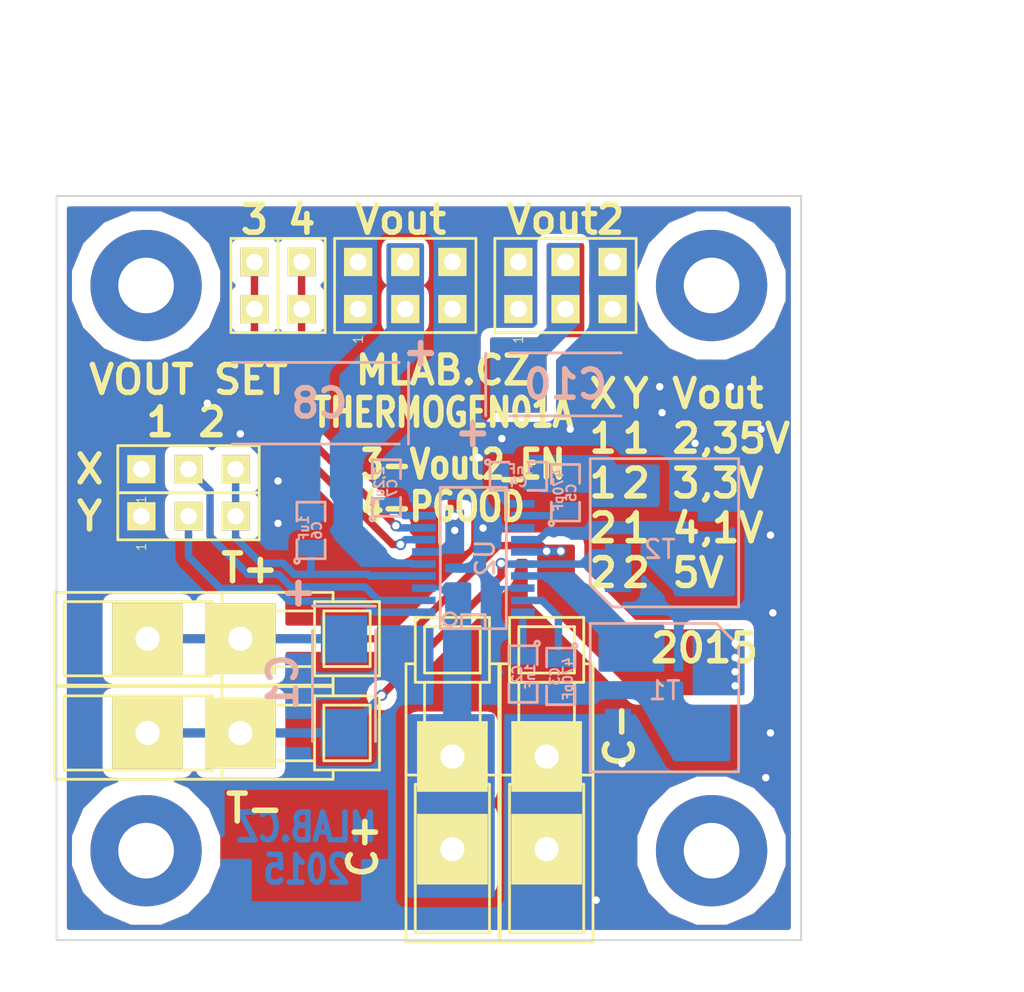
<source format=kicad_pcb>
(kicad_pcb (version 4) (host pcbnew "(2015-05-13 BZR 5653)-product")

  (general
    (links 56)
    (no_connects 0)
    (area 0.203999 -30.276001 40.436001 9.956001)
    (thickness 1.6)
    (drawings 31)
    (tracks 216)
    (zones 0)
    (modules 26)
    (nets 21)
  )

  (page A4)
  (layers
    (0 F.Cu signal)
    (31 B.Cu signal)
    (32 B.Adhes user)
    (33 F.Adhes user)
    (34 B.Paste user)
    (35 F.Paste user)
    (36 B.SilkS user)
    (37 F.SilkS user)
    (38 B.Mask user)
    (39 F.Mask user)
    (40 Dwgs.User user)
    (41 Cmts.User user)
    (42 Eco1.User user)
    (43 Eco2.User user)
    (44 Edge.Cuts user)
    (45 Margin user)
    (46 B.CrtYd user)
    (47 F.CrtYd user)
    (48 B.Fab user)
    (49 F.Fab user)
  )

  (setup
    (last_trace_width 0.25)
    (user_trace_width 0.2)
    (user_trace_width 0.3)
    (user_trace_width 0.4)
    (user_trace_width 0.5)
    (trace_clearance 0.2)
    (zone_clearance 0.508)
    (zone_45_only yes)
    (trace_min 0.2)
    (segment_width 0.2)
    (edge_width 0.1)
    (via_size 0.6)
    (via_drill 0.4)
    (via_min_size 0.4)
    (via_min_drill 0.3)
    (uvia_size 0.3)
    (uvia_drill 0.1)
    (uvias_allowed no)
    (uvia_min_size 0.2)
    (uvia_min_drill 0.1)
    (pcb_text_width 0.3)
    (pcb_text_size 1.5 1.5)
    (mod_edge_width 0.15)
    (mod_text_size 1 1)
    (mod_text_width 0.15)
    (pad_size 6 6)
    (pad_drill 3)
    (pad_to_mask_clearance 0)
    (aux_axis_origin 0 0)
    (visible_elements 7FFFFF6F)
    (pcbplotparams
      (layerselection 0x010e0_80000001)
      (usegerberextensions false)
      (excludeedgelayer true)
      (linewidth 0.100000)
      (plotframeref false)
      (viasonmask false)
      (mode 1)
      (useauxorigin false)
      (hpglpennumber 1)
      (hpglpenspeed 20)
      (hpglpendiameter 15)
      (hpglpenoverlay 2)
      (psnegative false)
      (psa4output false)
      (plotreference true)
      (plotvalue true)
      (plotinvisibletext false)
      (padsonsilk false)
      (subtractmaskfromsilk false)
      (outputformat 1)
      (mirror false)
      (drillshape 0)
      (scaleselection 1)
      (outputdirectory ../../CAM_PROFI/))
  )

  (net 0 "")
  (net 1 GND)
  (net 2 "Net-(C2-Pad1)")
  (net 3 "Net-(C2-Pad2)")
  (net 4 "Net-(C3-Pad1)")
  (net 5 "Net-(C4-Pad1)")
  (net 6 "Net-(C4-Pad2)")
  (net 7 "Net-(C5-Pad1)")
  (net 8 "Net-(C7-Pad1)")
  (net 9 "Net-(T1-Pad2)")
  (net 10 "Net-(T2-Pad2)")
  (net 11 /VAUX)
  (net 12 /T-)
  (net 13 /T+)
  (net 14 /V_OUT)
  (net 15 /C+)
  (net 16 /V_OUT2)
  (net 17 /VS1)
  (net 18 /VS2)
  (net 19 /VOUT2_EN)
  (net 20 /PGOOD)

  (net_class Default "Toto je výchozí třída sítě."
    (clearance 0.2)
    (trace_width 0.25)
    (via_dia 0.6)
    (via_drill 0.4)
    (uvia_dia 0.3)
    (uvia_drill 0.1)
    (add_net /C+)
    (add_net /PGOOD)
    (add_net /T+)
    (add_net /T-)
    (add_net /VAUX)
    (add_net /VOUT2_EN)
    (add_net /VS1)
    (add_net /VS2)
    (add_net /V_OUT)
    (add_net /V_OUT2)
    (add_net GND)
    (add_net "Net-(C2-Pad1)")
    (add_net "Net-(C2-Pad2)")
    (add_net "Net-(C3-Pad1)")
    (add_net "Net-(C4-Pad1)")
    (add_net "Net-(C4-Pad2)")
    (add_net "Net-(C5-Pad1)")
    (add_net "Net-(C7-Pad1)")
    (add_net "Net-(T1-Pad2)")
    (add_net "Net-(T2-Pad2)")
  )

  (module Mlab_R:SMD-0805 (layer B.Cu) (tedit 54799E0C) (tstamp 55DC0D68)
    (at 13.97 -12.192 90)
    (path /55A66F73)
    (attr smd)
    (fp_text reference C6 (at 0 0.3175 90) (layer B.SilkS)
      (effects (font (size 0.50038 0.50038) (thickness 0.10922)) (justify mirror))
    )
    (fp_text value 1uF (at 0.127 -0.381 90) (layer B.SilkS)
      (effects (font (size 0.50038 0.50038) (thickness 0.10922)) (justify mirror))
    )
    (fp_circle (center -1.651 -0.762) (end -1.651 -0.635) (layer B.SilkS) (width 0.15))
    (fp_line (start -0.508 -0.762) (end -1.524 -0.762) (layer B.SilkS) (width 0.15))
    (fp_line (start -1.524 -0.762) (end -1.524 0.762) (layer B.SilkS) (width 0.15))
    (fp_line (start -1.524 0.762) (end -0.508 0.762) (layer B.SilkS) (width 0.15))
    (fp_line (start 0.508 0.762) (end 1.524 0.762) (layer B.SilkS) (width 0.15))
    (fp_line (start 1.524 0.762) (end 1.524 -0.762) (layer B.SilkS) (width 0.15))
    (fp_line (start 1.524 -0.762) (end 0.508 -0.762) (layer B.SilkS) (width 0.15))
    (pad 1 smd rect (at -0.9525 0 90) (size 0.889 1.397) (layers B.Cu B.Paste B.Mask)
      (net 11 /VAUX))
    (pad 2 smd rect (at 0.9525 0 90) (size 0.889 1.397) (layers B.Cu B.Paste B.Mask)
      (net 1 GND))
    (model MLAB_3D/Resistors/chip_cms.wrl
      (at (xyz 0 0 0))
      (scale (xyz 0.1 0.1 0.1))
      (rotate (xyz 0 0 0))
    )
  )

  (module Mlab_Pin_Headers:Straight_1x03 (layer F.Cu) (tedit 55DC14DA) (tstamp 55DBFF1E)
    (at 7.366 -12.954 90)
    (descr "pin header straight 1x03")
    (tags "pin header straight 1x03")
    (path /55BA9255)
    (fp_text reference J1 (at 0 -5.08 90) (layer F.SilkS) hide
      (effects (font (size 1.5 1.5) (thickness 0.15)))
    )
    (fp_text value JUMP1X3 (at 0 5.08 90) (layer F.SilkS) hide
      (effects (font (size 1.5 1.5) (thickness 0.15)))
    )
    (fp_text user 1 (at -1.651 -2.54 90) (layer F.SilkS)
      (effects (font (size 0.5 0.5) (thickness 0.05)))
    )
    (fp_line (start -1.27 -3.81) (end 1.27 -3.81) (layer F.SilkS) (width 0.15))
    (fp_line (start 1.27 -3.81) (end 1.27 3.81) (layer F.SilkS) (width 0.15))
    (fp_line (start 1.27 3.81) (end -1.27 3.81) (layer F.SilkS) (width 0.15))
    (fp_line (start -1.27 3.81) (end -1.27 -3.81) (layer F.SilkS) (width 0.15))
    (pad 3 thru_hole rect (at 0 2.54 90) (size 1.524 1.524) (drill 0.889) (layers *.Cu *.Mask F.SilkS)
      (net 11 /VAUX))
    (pad 2 thru_hole rect (at 0 0 90) (size 1.524 1.524) (drill 0.889) (layers *.Cu *.Mask F.SilkS)
      (net 17 /VS1))
    (pad 1 thru_hole rect (at 0 -2.54 90) (size 1.524 1.524) (drill 0.889) (layers *.Cu *.Mask F.SilkS)
      (net 1 GND))
    (model Pin_Headers/Pin_Header_Straight_1x03.wrl
      (at (xyz 0 0 0))
      (scale (xyz 1 1 1))
      (rotate (xyz 0 0 90))
    )
  )

  (module Mlab_R:SMD-0805 (layer B.Cu) (tedit 54799E0C) (tstamp 55DBFE98)
    (at 18.034 -14.478 90)
    (path /55A6727D)
    (attr smd)
    (fp_text reference C7 (at 0 0.3175 90) (layer B.SilkS)
      (effects (font (size 0.50038 0.50038) (thickness 0.10922)) (justify mirror))
    )
    (fp_text value 2,2uF (at 0.127 -0.381 90) (layer B.SilkS)
      (effects (font (size 0.50038 0.50038) (thickness 0.10922)) (justify mirror))
    )
    (fp_circle (center -1.651 -0.762) (end -1.651 -0.635) (layer B.SilkS) (width 0.15))
    (fp_line (start -0.508 -0.762) (end -1.524 -0.762) (layer B.SilkS) (width 0.15))
    (fp_line (start -1.524 -0.762) (end -1.524 0.762) (layer B.SilkS) (width 0.15))
    (fp_line (start -1.524 0.762) (end -0.508 0.762) (layer B.SilkS) (width 0.15))
    (fp_line (start 0.508 0.762) (end 1.524 0.762) (layer B.SilkS) (width 0.15))
    (fp_line (start 1.524 0.762) (end 1.524 -0.762) (layer B.SilkS) (width 0.15))
    (fp_line (start 1.524 -0.762) (end 0.508 -0.762) (layer B.SilkS) (width 0.15))
    (pad 1 smd rect (at -0.9525 0 90) (size 0.889 1.397) (layers B.Cu B.Paste B.Mask)
      (net 8 "Net-(C7-Pad1)"))
    (pad 2 smd rect (at 0.9525 0 90) (size 0.889 1.397) (layers B.Cu B.Paste B.Mask)
      (net 1 GND))
    (model MLAB_3D/Resistors/chip_cms.wrl
      (at (xyz 0 0 0))
      (scale (xyz 0.1 0.1 0.1))
      (rotate (xyz 0 0 0))
    )
  )

  (module Mlab_R:SMD-0805 (layer B.Cu) (tedit 54799E0C) (tstamp 55DBFE8E)
    (at 27.686 -14.224 90)
    (path /55A65213)
    (attr smd)
    (fp_text reference C5 (at 0 0.3175 90) (layer B.SilkS)
      (effects (font (size 0.50038 0.50038) (thickness 0.10922)) (justify mirror))
    )
    (fp_text value 470pF (at 0.127 -0.381 90) (layer B.SilkS)
      (effects (font (size 0.50038 0.50038) (thickness 0.10922)) (justify mirror))
    )
    (fp_circle (center -1.651 -0.762) (end -1.651 -0.635) (layer B.SilkS) (width 0.15))
    (fp_line (start -0.508 -0.762) (end -1.524 -0.762) (layer B.SilkS) (width 0.15))
    (fp_line (start -1.524 -0.762) (end -1.524 0.762) (layer B.SilkS) (width 0.15))
    (fp_line (start -1.524 0.762) (end -0.508 0.762) (layer B.SilkS) (width 0.15))
    (fp_line (start 0.508 0.762) (end 1.524 0.762) (layer B.SilkS) (width 0.15))
    (fp_line (start 1.524 0.762) (end 1.524 -0.762) (layer B.SilkS) (width 0.15))
    (fp_line (start 1.524 -0.762) (end 0.508 -0.762) (layer B.SilkS) (width 0.15))
    (pad 1 smd rect (at -0.9525 0 90) (size 0.889 1.397) (layers B.Cu B.Paste B.Mask)
      (net 7 "Net-(C5-Pad1)"))
    (pad 2 smd rect (at 0.9525 0 90) (size 0.889 1.397) (layers B.Cu B.Paste B.Mask)
      (net 6 "Net-(C4-Pad2)"))
    (model MLAB_3D/Resistors/chip_cms.wrl
      (at (xyz 0 0 0))
      (scale (xyz 0.1 0.1 0.1))
      (rotate (xyz 0 0 0))
    )
  )

  (module Mlab_R:SMD-0805 (layer B.Cu) (tedit 54799E0C) (tstamp 55DBFE89)
    (at 25.146 -15.113)
    (path /55A6512C)
    (attr smd)
    (fp_text reference C4 (at 0 0.3175) (layer B.SilkS)
      (effects (font (size 0.50038 0.50038) (thickness 0.10922)) (justify mirror))
    )
    (fp_text value 1nF (at 0.127 -0.381) (layer B.SilkS)
      (effects (font (size 0.50038 0.50038) (thickness 0.10922)) (justify mirror))
    )
    (fp_circle (center -1.651 -0.762) (end -1.651 -0.635) (layer B.SilkS) (width 0.15))
    (fp_line (start -0.508 -0.762) (end -1.524 -0.762) (layer B.SilkS) (width 0.15))
    (fp_line (start -1.524 -0.762) (end -1.524 0.762) (layer B.SilkS) (width 0.15))
    (fp_line (start -1.524 0.762) (end -0.508 0.762) (layer B.SilkS) (width 0.15))
    (fp_line (start 0.508 0.762) (end 1.524 0.762) (layer B.SilkS) (width 0.15))
    (fp_line (start 1.524 0.762) (end 1.524 -0.762) (layer B.SilkS) (width 0.15))
    (fp_line (start 1.524 -0.762) (end 0.508 -0.762) (layer B.SilkS) (width 0.15))
    (pad 1 smd rect (at -0.9525 0) (size 0.889 1.397) (layers B.Cu B.Paste B.Mask)
      (net 5 "Net-(C4-Pad1)"))
    (pad 2 smd rect (at 0.9525 0) (size 0.889 1.397) (layers B.Cu B.Paste B.Mask)
      (net 6 "Net-(C4-Pad2)"))
    (model MLAB_3D/Resistors/chip_cms.wrl
      (at (xyz 0 0 0))
      (scale (xyz 0.1 0.1 0.1))
      (rotate (xyz 0 0 0))
    )
  )

  (module Mlab_R:SMD-0805 (layer B.Cu) (tedit 54799E0C) (tstamp 55DBFE84)
    (at 27.432 -4.318 270)
    (path /55A63C47)
    (attr smd)
    (fp_text reference C3 (at 0 0.3175 270) (layer B.SilkS)
      (effects (font (size 0.50038 0.50038) (thickness 0.10922)) (justify mirror))
    )
    (fp_text value 470pF (at 0.127 -0.381 270) (layer B.SilkS)
      (effects (font (size 0.50038 0.50038) (thickness 0.10922)) (justify mirror))
    )
    (fp_circle (center -1.651 -0.762) (end -1.651 -0.635) (layer B.SilkS) (width 0.15))
    (fp_line (start -0.508 -0.762) (end -1.524 -0.762) (layer B.SilkS) (width 0.15))
    (fp_line (start -1.524 -0.762) (end -1.524 0.762) (layer B.SilkS) (width 0.15))
    (fp_line (start -1.524 0.762) (end -0.508 0.762) (layer B.SilkS) (width 0.15))
    (fp_line (start 0.508 0.762) (end 1.524 0.762) (layer B.SilkS) (width 0.15))
    (fp_line (start 1.524 0.762) (end 1.524 -0.762) (layer B.SilkS) (width 0.15))
    (fp_line (start 1.524 -0.762) (end 0.508 -0.762) (layer B.SilkS) (width 0.15))
    (pad 1 smd rect (at -0.9525 0 270) (size 0.889 1.397) (layers B.Cu B.Paste B.Mask)
      (net 4 "Net-(C3-Pad1)"))
    (pad 2 smd rect (at 0.9525 0 270) (size 0.889 1.397) (layers B.Cu B.Paste B.Mask)
      (net 3 "Net-(C2-Pad2)"))
    (model MLAB_3D/Resistors/chip_cms.wrl
      (at (xyz 0 0 0))
      (scale (xyz 0.1 0.1 0.1))
      (rotate (xyz 0 0 0))
    )
  )

  (module Mlab_R:SMD-0805 (layer B.Cu) (tedit 54799E0C) (tstamp 55DBFE7F)
    (at 25.4 -4.445 270)
    (path /55A639B3)
    (attr smd)
    (fp_text reference C2 (at 0 0.3175 270) (layer B.SilkS)
      (effects (font (size 0.50038 0.50038) (thickness 0.10922)) (justify mirror))
    )
    (fp_text value 1nF (at 0.127 -0.381 270) (layer B.SilkS)
      (effects (font (size 0.50038 0.50038) (thickness 0.10922)) (justify mirror))
    )
    (fp_circle (center -1.651 -0.762) (end -1.651 -0.635) (layer B.SilkS) (width 0.15))
    (fp_line (start -0.508 -0.762) (end -1.524 -0.762) (layer B.SilkS) (width 0.15))
    (fp_line (start -1.524 -0.762) (end -1.524 0.762) (layer B.SilkS) (width 0.15))
    (fp_line (start -1.524 0.762) (end -0.508 0.762) (layer B.SilkS) (width 0.15))
    (fp_line (start 0.508 0.762) (end 1.524 0.762) (layer B.SilkS) (width 0.15))
    (fp_line (start 1.524 0.762) (end 1.524 -0.762) (layer B.SilkS) (width 0.15))
    (fp_line (start 1.524 -0.762) (end 0.508 -0.762) (layer B.SilkS) (width 0.15))
    (pad 1 smd rect (at -0.9525 0 270) (size 0.889 1.397) (layers B.Cu B.Paste B.Mask)
      (net 2 "Net-(C2-Pad1)"))
    (pad 2 smd rect (at 0.9525 0 270) (size 0.889 1.397) (layers B.Cu B.Paste B.Mask)
      (net 3 "Net-(C2-Pad2)"))
    (model MLAB_3D/Resistors/chip_cms.wrl
      (at (xyz 0 0 0))
      (scale (xyz 0.1 0.1 0.1))
      (rotate (xyz 0 0 0))
    )
  )

  (module Mlab_C:TantalC_SizeC_Reflow (layer B.Cu) (tedit 54BBE3C9) (tstamp 55DBFE7A)
    (at 15.748 -3.81 270)
    (descr "Tantal Cap. , Size C, EIA-6032, Reflow,")
    (tags "Tantal Cap. , Size C, EIA-6032, Reflow,")
    (path /55A65C0C)
    (attr smd)
    (fp_text reference C1 (at -0.20066 3.29946 270) (layer B.SilkS)
      (effects (font (thickness 0.3048)) (justify mirror))
    )
    (fp_text value 47uF (at -0.09906 -3.59918 270) (layer B.SilkS) hide
      (effects (font (thickness 0.3048)) (justify mirror))
    )
    (fp_line (start -4.30022 1.69926) (end -4.30022 -1.69926) (layer B.SilkS) (width 0.15))
    (fp_line (start 2.99974 -1.69926) (end -2.99974 -1.69926) (layer B.SilkS) (width 0.15))
    (fp_line (start 2.99974 1.69926) (end -2.99974 1.69926) (layer B.SilkS) (width 0.15))
    (fp_text user + (at -4.99872 2.55016 270) (layer B.SilkS)
      (effects (font (thickness 0.3048)) (justify mirror))
    )
    (fp_line (start -5.00126 3.05308) (end -5.00126 1.95326) (layer B.SilkS) (width 0.15))
    (fp_line (start -5.6007 2.5527) (end -4.40182 2.5527) (layer B.SilkS) (width 0.15))
    (pad 2 smd rect (at 2.52476 0 270) (size 2.55016 2.49936) (layers B.Cu B.Paste B.Mask)
      (net 12 /T-))
    (pad 1 smd rect (at -2.52476 0 270) (size 2.55016 2.49936) (layers B.Cu B.Paste B.Mask)
      (net 13 /T+))
    (model MLAB_3D/Capacitors/c_tant_C.wrl
      (at (xyz 0 0 0))
      (scale (xyz 1 1 1))
      (rotate (xyz 0 0 180))
    )
  )

  (module Mlab_C:TantalC_SizeD_Reflow (layer B.Cu) (tedit 54BBE3ED) (tstamp 55A8A36C)
    (at 14.224 -19.05 180)
    (descr "Tantal Cap. , Size D, EIA-7343, Reflow,")
    (tags "Tantal Cap. , Size D, EIA-7343, Reflow,")
    (path /55A6722B)
    (attr smd)
    (fp_text reference C8 (at -0.20066 0 180) (layer B.SilkS)
      (effects (font (thickness 0.3048)) (justify mirror))
    )
    (fp_text value 470uF (at -0.09906 -3.59918 180) (layer B.SilkS) hide
      (effects (font (thickness 0.3048)) (justify mirror))
    )
    (fp_line (start -5.00126 2.19964) (end -5.00126 -2.19964) (layer B.SilkS) (width 0.15))
    (fp_line (start -4.50088 -2.19964) (end 4.50088 -2.19964) (layer B.SilkS) (width 0.15))
    (fp_line (start 4.50088 2.19964) (end -4.50088 2.19964) (layer B.SilkS) (width 0.15))
    (fp_text user + (at -5.6515 2.79908 180) (layer B.SilkS)
      (effects (font (thickness 0.3048)) (justify mirror))
    )
    (fp_line (start -5.65404 3.302) (end -5.65404 2.20218) (layer B.SilkS) (width 0.15))
    (fp_line (start -6.25348 2.80162) (end -5.0546 2.80162) (layer B.SilkS) (width 0.15))
    (pad 2 smd rect (at 3.175 0 180) (size 2.55016 2.70002) (layers B.Cu B.Paste B.Mask)
      (net 1 GND))
    (pad 1 smd rect (at -3.175 0 180) (size 2.55016 2.70002) (layers B.Cu B.Paste B.Mask)
      (net 14 /V_OUT))
    (model MLAB_3D/Capacitors/c_tant_D.wrl
      (at (xyz 0 0 0))
      (scale (xyz 1 1 1))
      (rotate (xyz 0 0 180))
    )
  )

  (module Energy_harv:Step-Up_TRANSF (layer B.Cu) (tedit 55A7B4FA) (tstamp 55A8A38F)
    (at 33.02 -3.175 180)
    (path /55A64E73)
    (fp_text reference T1 (at 0 0.381 180) (layer B.SilkS)
      (effects (font (size 1 1) (thickness 0.15)) (justify mirror))
    )
    (fp_text value Step-Up_TRANSFO (at 0 5.25 180) (layer B.Fab)
      (effects (font (size 1 1) (thickness 0.15)) (justify mirror))
    )
    (fp_line (start -2.8 4) (end 4 4) (layer B.SilkS) (width 0.15))
    (fp_line (start -4 -4) (end -4 2.8) (layer B.SilkS) (width 0.15))
    (fp_line (start -4 2.8) (end -2.8 4) (layer B.SilkS) (width 0.15))
    (fp_line (start 4 -4) (end 4 4) (layer B.SilkS) (width 0.15))
    (fp_line (start -4 -4) (end 4 -4) (layer B.SilkS) (width 0.15))
    (pad 1 smd rect (at -2.5 1.9 180) (size 1.4 2.6) (layers B.Cu B.Paste B.Mask)
      (net 13 /T+))
    (pad 2 smd rect (at 1.9 2.5 180) (size 2.6 1.4) (layers B.Cu B.Paste B.Mask)
      (net 9 "Net-(T1-Pad2)"))
    (pad 3 smd rect (at 2.5 -1.9 180) (size 1.4 2.6) (layers B.Cu B.Paste B.Mask)
      (net 1 GND))
    (pad 4 smd rect (at -1.9 -2.4 180) (size 2.6 1.6) (layers B.Cu B.Paste B.Mask)
      (net 3 "Net-(C2-Pad2)"))
  )

  (module Energy_harv:Step-Up_TRANSF (layer B.Cu) (tedit 55A7B4FA) (tstamp 55A8A39C)
    (at 33.02 -12.065)
    (path /55A650B1)
    (fp_text reference T2 (at -0.254 0.889) (layer B.SilkS)
      (effects (font (size 1 1) (thickness 0.15)) (justify mirror))
    )
    (fp_text value Step-Up_TRANSFO (at 0 5.25) (layer B.Fab)
      (effects (font (size 1 1) (thickness 0.15)) (justify mirror))
    )
    (fp_line (start -2.8 4) (end 4 4) (layer B.SilkS) (width 0.15))
    (fp_line (start -4 -4) (end -4 2.8) (layer B.SilkS) (width 0.15))
    (fp_line (start -4 2.8) (end -2.8 4) (layer B.SilkS) (width 0.15))
    (fp_line (start 4 -4) (end 4 4) (layer B.SilkS) (width 0.15))
    (fp_line (start -4 -4) (end 4 -4) (layer B.SilkS) (width 0.15))
    (pad 1 smd rect (at -2.5 1.9) (size 1.4 2.6) (layers B.Cu B.Paste B.Mask)
      (net 12 /T-))
    (pad 2 smd rect (at 1.9 2.5) (size 2.6 1.4) (layers B.Cu B.Paste B.Mask)
      (net 10 "Net-(T2-Pad2)"))
    (pad 3 smd rect (at 2.5 -1.9) (size 1.4 2.6) (layers B.Cu B.Paste B.Mask)
      (net 1 GND))
    (pad 4 smd rect (at -1.9 -2.4) (size 2.6 1.6) (layers B.Cu B.Paste B.Mask)
      (net 6 "Net-(C4-Pad2)"))
  )

  (module SMD_Packages:SSOP-20 (layer B.Cu) (tedit 0) (tstamp 55A8A3C7)
    (at 22.71876 -10.7033 90)
    (descr "SSOP 20 pins")
    (tags "CMS SSOP SMD")
    (path /55A67D56)
    (attr smd)
    (fp_text reference U2 (at 0 0.635 90) (layer B.SilkS)
      (effects (font (size 1 1) (thickness 0.15)) (justify mirror))
    )
    (fp_text value LTC3109GN (at 0 -0.635 90) (layer B.Fab)
      (effects (font (size 1 1) (thickness 0.15)) (justify mirror))
    )
    (fp_line (start 3.81 1.778) (end -3.81 1.778) (layer B.SilkS) (width 0.15))
    (fp_line (start -3.81 -1.778) (end 3.81 -1.778) (layer B.SilkS) (width 0.15))
    (fp_line (start 3.81 1.778) (end 3.81 -1.778) (layer B.SilkS) (width 0.15))
    (fp_line (start -3.81 -1.778) (end -3.81 1.778) (layer B.SilkS) (width 0.15))
    (fp_circle (center -3.302 -1.27) (end -3.556 -1.016) (layer B.SilkS) (width 0.15))
    (fp_line (start -3.81 0.635) (end -3.048 0.635) (layer B.SilkS) (width 0.15))
    (fp_line (start -3.048 0.635) (end -3.048 -0.635) (layer B.SilkS) (width 0.15))
    (fp_line (start -3.048 -0.635) (end -3.81 -0.635) (layer B.SilkS) (width 0.15))
    (pad 1 smd rect (at -2.921 -2.667 90) (size 0.4064 1.27) (layers B.Cu B.Paste B.Mask)
      (net 17 /VS1))
    (pad 2 smd rect (at -2.286 -2.667 90) (size 0.4064 1.27) (layers B.Cu B.Paste B.Mask)
      (net 18 /VS2))
    (pad 3 smd rect (at -1.6256 -2.667 90) (size 0.4064 1.27) (layers B.Cu B.Paste B.Mask)
      (net 15 /C+))
    (pad 4 smd rect (at -0.9652 -2.667 90) (size 0.4064 1.27) (layers B.Cu B.Paste B.Mask)
      (net 11 /VAUX))
    (pad 5 smd rect (at -0.3302 -2.667 90) (size 0.4064 1.27) (layers B.Cu B.Paste B.Mask)
      (net 14 /V_OUT))
    (pad 6 smd rect (at 0.3302 -2.667 90) (size 0.4064 1.27) (layers B.Cu B.Paste B.Mask)
      (net 16 /V_OUT2))
    (pad 7 smd rect (at 0.9906 -2.667 90) (size 0.4064 1.27) (layers B.Cu B.Paste B.Mask)
      (net 19 /VOUT2_EN))
    (pad 8 smd rect (at 1.6256 -2.667 90) (size 0.4064 1.27) (layers B.Cu B.Paste B.Mask)
      (net 20 /PGOOD))
    (pad 9 smd rect (at 2.286 -2.667 90) (size 0.4064 1.27) (layers B.Cu B.Paste B.Mask)
      (net 8 "Net-(C7-Pad1)"))
    (pad 10 smd rect (at 2.921 -2.667 90) (size 0.4064 1.27) (layers B.Cu B.Paste B.Mask)
      (net 1 GND))
    (pad 11 smd rect (at 2.921 2.667 90) (size 0.4064 1.27) (layers B.Cu B.Paste B.Mask)
      (net 5 "Net-(C4-Pad1)"))
    (pad 12 smd rect (at 2.286 2.667 90) (size 0.4064 1.27) (layers B.Cu B.Paste B.Mask)
      (net 7 "Net-(C5-Pad1)"))
    (pad 13 smd rect (at 1.6256 2.667 90) (size 0.4064 1.27) (layers B.Cu B.Paste B.Mask)
      (net 1 GND))
    (pad 14 smd rect (at 0.9906 2.667 90) (size 0.4064 1.27) (layers B.Cu B.Paste B.Mask)
      (net 10 "Net-(T2-Pad2)"))
    (pad 15 smd rect (at 0.3302 2.667 90) (size 0.4064 1.27) (layers B.Cu B.Paste B.Mask)
      (net 13 /T+))
    (pad 16 smd rect (at -0.3302 2.667 90) (size 0.4064 1.27) (layers B.Cu B.Paste B.Mask)
      (net 12 /T-))
    (pad 17 smd rect (at -0.9652 2.667 90) (size 0.4064 1.27) (layers B.Cu B.Paste B.Mask)
      (net 9 "Net-(T1-Pad2)"))
    (pad 18 smd rect (at -1.6256 2.667 90) (size 0.4064 1.27) (layers B.Cu B.Paste B.Mask)
      (net 1 GND))
    (pad 19 smd rect (at -2.286 2.667 90) (size 0.4064 1.27) (layers B.Cu B.Paste B.Mask)
      (net 4 "Net-(C3-Pad1)"))
    (pad 20 smd rect (at -2.921 2.667 90) (size 0.4064 1.27) (layers B.Cu B.Paste B.Mask)
      (net 2 "Net-(C2-Pad1)"))
    (model SMD_Packages.3dshapes/SSOP-20.wrl
      (at (xyz 0 0 0))
      (scale (xyz 0.255 0.33 0.3))
      (rotate (xyz 0 0 0))
    )
  )

  (module Mlab_Pin_Headers:Straight_1x03 (layer F.Cu) (tedit 55DC14DE) (tstamp 55CA6917)
    (at 7.366 -15.494 90)
    (descr "pin header straight 1x03")
    (tags "pin header straight 1x03")
    (path /55BA9377)
    (fp_text reference J2 (at 0 -5.08 90) (layer F.SilkS) hide
      (effects (font (size 1.5 1.5) (thickness 0.15)))
    )
    (fp_text value JUMP1X3 (at 0 5.08 90) (layer F.SilkS) hide
      (effects (font (size 1.5 1.5) (thickness 0.15)))
    )
    (fp_text user 1 (at -1.651 -2.54 90) (layer F.SilkS)
      (effects (font (size 0.5 0.5) (thickness 0.05)))
    )
    (fp_line (start -1.27 -3.81) (end 1.27 -3.81) (layer F.SilkS) (width 0.15))
    (fp_line (start 1.27 -3.81) (end 1.27 3.81) (layer F.SilkS) (width 0.15))
    (fp_line (start 1.27 3.81) (end -1.27 3.81) (layer F.SilkS) (width 0.15))
    (fp_line (start -1.27 3.81) (end -1.27 -3.81) (layer F.SilkS) (width 0.15))
    (pad 3 thru_hole rect (at 0 2.54 90) (size 1.524 1.524) (drill 0.889) (layers *.Cu *.Mask F.SilkS)
      (net 11 /VAUX))
    (pad 2 thru_hole rect (at 0 0 90) (size 1.524 1.524) (drill 0.889) (layers *.Cu *.Mask F.SilkS)
      (net 18 /VS2))
    (pad 1 thru_hole rect (at 0 -2.54 90) (size 1.524 1.524) (drill 0.889) (layers *.Cu *.Mask F.SilkS)
      (net 1 GND))
    (model Pin_Headers/Pin_Header_Straight_1x03.wrl
      (at (xyz 0 0 0))
      (scale (xyz 1 1 1))
      (rotate (xyz 0 0 90))
    )
  )

  (module Mlab_Pin_Headers:Straight_1x02 (layer F.Cu) (tedit 5535DB0D) (tstamp 55CA691D)
    (at 10.922 -25.4)
    (descr "pin header straight 1x02")
    (tags "pin header straight 1x02")
    (path /55BAAB6B)
    (fp_text reference J3 (at 0 -3.81) (layer F.SilkS) hide
      (effects (font (size 1.5 1.5) (thickness 0.15)))
    )
    (fp_text value JUMP1X2 (at 0 3.81) (layer F.SilkS) hide
      (effects (font (size 1.5 1.5) (thickness 0.15)))
    )
    (fp_text user 1 (at -1.651 -1.27) (layer F.SilkS) hide
      (effects (font (size 0.5 0.5) (thickness 0.05)))
    )
    (fp_line (start -1.27 -2.54) (end 1.27 -2.54) (layer F.SilkS) (width 0.15))
    (fp_line (start 1.27 -2.54) (end 1.27 2.54) (layer F.SilkS) (width 0.15))
    (fp_line (start 1.27 2.54) (end -1.27 2.54) (layer F.SilkS) (width 0.15))
    (fp_line (start -1.27 2.54) (end -1.27 -2.54) (layer F.SilkS) (width 0.15))
    (pad 2 thru_hole rect (at 0 1.27) (size 1.524 1.524) (drill 0.889) (layers *.Cu *.Mask F.SilkS)
      (net 19 /VOUT2_EN))
    (pad 1 thru_hole rect (at 0 -1.27) (size 1.524 1.524) (drill 0.889) (layers *.Cu *.Mask F.SilkS)
      (net 19 /VOUT2_EN))
    (model Pin_Headers/Pin_Header_Straight_1x02.wrl
      (at (xyz 0 0 0))
      (scale (xyz 1 1 1))
      (rotate (xyz 0 0 90))
    )
  )

  (module Mlab_Pin_Headers:Straight_1x02 (layer F.Cu) (tedit 5535DB0D) (tstamp 55CA6923)
    (at 13.462 -25.4)
    (descr "pin header straight 1x02")
    (tags "pin header straight 1x02")
    (path /55BA9CD4)
    (fp_text reference J4 (at 0 -3.81) (layer F.SilkS) hide
      (effects (font (size 1.5 1.5) (thickness 0.15)))
    )
    (fp_text value JUMP1X2 (at 0 3.81) (layer F.SilkS) hide
      (effects (font (size 1.5 1.5) (thickness 0.15)))
    )
    (fp_text user 1 (at -1.651 -1.27) (layer F.SilkS) hide
      (effects (font (size 0.5 0.5) (thickness 0.05)))
    )
    (fp_line (start -1.27 -2.54) (end 1.27 -2.54) (layer F.SilkS) (width 0.15))
    (fp_line (start 1.27 -2.54) (end 1.27 2.54) (layer F.SilkS) (width 0.15))
    (fp_line (start 1.27 2.54) (end -1.27 2.54) (layer F.SilkS) (width 0.15))
    (fp_line (start -1.27 2.54) (end -1.27 -2.54) (layer F.SilkS) (width 0.15))
    (pad 2 thru_hole rect (at 0 1.27) (size 1.524 1.524) (drill 0.889) (layers *.Cu *.Mask F.SilkS)
      (net 20 /PGOOD))
    (pad 1 thru_hole rect (at 0 -1.27) (size 1.524 1.524) (drill 0.889) (layers *.Cu *.Mask F.SilkS)
      (net 20 /PGOOD))
    (model Pin_Headers/Pin_Header_Straight_1x02.wrl
      (at (xyz 0 0 0))
      (scale (xyz 1 1 1))
      (rotate (xyz 0 0 90))
    )
  )

  (module Mlab_Pin_Headers:Straight_2x03 (layer F.Cu) (tedit 55DC1460) (tstamp 55CA692D)
    (at 27.686 -25.4 90)
    (descr "pin header straight 2x03")
    (tags "pin header straight 2x03")
    (path /55BA9E0C)
    (fp_text reference J5 (at 0 -5.08 90) (layer F.SilkS) hide
      (effects (font (size 1.5 1.5) (thickness 0.15)))
    )
    (fp_text value JUMP2X3 (at 0 5.08 90) (layer F.SilkS) hide
      (effects (font (size 1.5 1.5) (thickness 0.15)))
    )
    (fp_text user 1 (at -2.921 -2.54 90) (layer F.SilkS)
      (effects (font (size 0.5 0.5) (thickness 0.05)))
    )
    (fp_line (start -2.54 -3.81) (end 2.54 -3.81) (layer F.SilkS) (width 0.15))
    (fp_line (start 2.54 -3.81) (end 2.54 3.81) (layer F.SilkS) (width 0.15))
    (fp_line (start 2.54 3.81) (end -2.54 3.81) (layer F.SilkS) (width 0.15))
    (fp_line (start -2.54 3.81) (end -2.54 -3.81) (layer F.SilkS) (width 0.15))
    (pad 1 thru_hole rect (at -1.27 -2.54 90) (size 1.524 1.524) (drill 0.889) (layers *.Cu *.Mask F.SilkS)
      (net 1 GND))
    (pad 2 thru_hole rect (at 1.27 -2.54 90) (size 1.524 1.524) (drill 0.889) (layers *.Cu *.Mask F.SilkS)
      (net 1 GND))
    (pad 3 thru_hole rect (at -1.27 0 90) (size 1.524 1.524) (drill 0.889) (layers *.Cu *.Mask F.SilkS)
      (net 16 /V_OUT2))
    (pad 4 thru_hole rect (at 1.27 0 90) (size 1.524 1.524) (drill 0.889) (layers *.Cu *.Mask F.SilkS)
      (net 16 /V_OUT2))
    (pad 5 thru_hole rect (at -1.27 2.54 90) (size 1.524 1.524) (drill 0.889) (layers *.Cu *.Mask F.SilkS)
      (net 1 GND))
    (pad 6 thru_hole rect (at 1.27 2.54 90) (size 1.524 1.524) (drill 0.889) (layers *.Cu *.Mask F.SilkS)
      (net 1 GND))
    (model Pin_Headers/Pin_Header_Straight_2x03.wrl
      (at (xyz 0 0 0))
      (scale (xyz 1 1 1))
      (rotate (xyz 0 0 90))
    )
  )

  (module Mlab_Pin_Headers:Straight_2x03 (layer F.Cu) (tedit 55DC1460) (tstamp 55CA6937)
    (at 19.05 -25.4 90)
    (descr "pin header straight 2x03")
    (tags "pin header straight 2x03")
    (path /55BA9EE7)
    (fp_text reference J6 (at 0 -5.08 90) (layer F.SilkS) hide
      (effects (font (size 1.5 1.5) (thickness 0.15)))
    )
    (fp_text value JUMP2X3 (at 0 5.08 90) (layer F.SilkS) hide
      (effects (font (size 1.5 1.5) (thickness 0.15)))
    )
    (fp_text user 1 (at -2.921 -2.54 90) (layer F.SilkS)
      (effects (font (size 0.5 0.5) (thickness 0.05)))
    )
    (fp_line (start -2.54 -3.81) (end 2.54 -3.81) (layer F.SilkS) (width 0.15))
    (fp_line (start 2.54 -3.81) (end 2.54 3.81) (layer F.SilkS) (width 0.15))
    (fp_line (start 2.54 3.81) (end -2.54 3.81) (layer F.SilkS) (width 0.15))
    (fp_line (start -2.54 3.81) (end -2.54 -3.81) (layer F.SilkS) (width 0.15))
    (pad 1 thru_hole rect (at -1.27 -2.54 90) (size 1.524 1.524) (drill 0.889) (layers *.Cu *.Mask F.SilkS)
      (net 1 GND))
    (pad 2 thru_hole rect (at 1.27 -2.54 90) (size 1.524 1.524) (drill 0.889) (layers *.Cu *.Mask F.SilkS)
      (net 1 GND))
    (pad 3 thru_hole rect (at -1.27 0 90) (size 1.524 1.524) (drill 0.889) (layers *.Cu *.Mask F.SilkS)
      (net 14 /V_OUT))
    (pad 4 thru_hole rect (at 1.27 0 90) (size 1.524 1.524) (drill 0.889) (layers *.Cu *.Mask F.SilkS)
      (net 14 /V_OUT))
    (pad 5 thru_hole rect (at -1.27 2.54 90) (size 1.524 1.524) (drill 0.889) (layers *.Cu *.Mask F.SilkS)
      (net 1 GND))
    (pad 6 thru_hole rect (at 1.27 2.54 90) (size 1.524 1.524) (drill 0.889) (layers *.Cu *.Mask F.SilkS)
      (net 1 GND))
    (model Pin_Headers/Pin_Header_Straight_2x03.wrl
      (at (xyz 0 0 0))
      (scale (xyz 1 1 1))
      (rotate (xyz 0 0 90))
    )
  )

  (module Mlab_Mechanical:MountingHole_3mm placed (layer F.Cu) (tedit 5535DB2C) (tstamp 55CA693C)
    (at 5.08 -25.4)
    (descr "Mounting hole, Befestigungsbohrung, 3mm, No Annular, Kein Restring,")
    (tags "Mounting hole, Befestigungsbohrung, 3mm, No Annular, Kein Restring,")
    (path /55CA76BA)
    (fp_text reference M1 (at 0 -4.191) (layer F.SilkS) hide
      (effects (font (thickness 0.3048)))
    )
    (fp_text value HOLE (at 0 4.191) (layer F.SilkS) hide
      (effects (font (thickness 0.3048)))
    )
    (fp_circle (center 0 0) (end 2.99974 0) (layer Cmts.User) (width 0.381))
    (pad 1 thru_hole circle (at 0 0) (size 6 6) (drill 3) (layers *.Cu *.Adhes *.Mask)
      (clearance 1) (zone_connect 2))
  )

  (module Mlab_Mechanical:MountingHole_3mm placed (layer F.Cu) (tedit 5535DB2C) (tstamp 55CA6941)
    (at 5.08 5.08)
    (descr "Mounting hole, Befestigungsbohrung, 3mm, No Annular, Kein Restring,")
    (tags "Mounting hole, Befestigungsbohrung, 3mm, No Annular, Kein Restring,")
    (path /55CA779F)
    (fp_text reference M2 (at 0 -4.191) (layer F.SilkS) hide
      (effects (font (thickness 0.3048)))
    )
    (fp_text value HOLE (at 0 4.191) (layer F.SilkS) hide
      (effects (font (thickness 0.3048)))
    )
    (fp_circle (center 0 0) (end 2.99974 0) (layer Cmts.User) (width 0.381))
    (pad 1 thru_hole circle (at 0 0) (size 6 6) (drill 3) (layers *.Cu *.Adhes *.Mask)
      (clearance 1) (zone_connect 2))
  )

  (module Mlab_Mechanical:MountingHole_3mm placed (layer F.Cu) (tedit 5535DB2C) (tstamp 55CA6946)
    (at 35.56 -25.4)
    (descr "Mounting hole, Befestigungsbohrung, 3mm, No Annular, Kein Restring,")
    (tags "Mounting hole, Befestigungsbohrung, 3mm, No Annular, Kein Restring,")
    (path /55CA77E6)
    (fp_text reference M3 (at 0 -4.191) (layer F.SilkS) hide
      (effects (font (thickness 0.3048)))
    )
    (fp_text value HOLE (at 0 4.191) (layer F.SilkS) hide
      (effects (font (thickness 0.3048)))
    )
    (fp_circle (center 0 0) (end 2.99974 0) (layer Cmts.User) (width 0.381))
    (pad 1 thru_hole circle (at 0 0) (size 6 6) (drill 3) (layers *.Cu *.Adhes *.Mask)
      (clearance 1) (zone_connect 2))
  )

  (module Mlab_Mechanical:MountingHole_3mm placed (layer F.Cu) (tedit 5535DB2C) (tstamp 55CA694B)
    (at 35.56 5.08)
    (descr "Mounting hole, Befestigungsbohrung, 3mm, No Annular, Kein Restring,")
    (tags "Mounting hole, Befestigungsbohrung, 3mm, No Annular, Kein Restring,")
    (path /55CA77EC)
    (fp_text reference M4 (at 0 -4.191) (layer F.SilkS) hide
      (effects (font (thickness 0.3048)))
    )
    (fp_text value HOLE (at 0 4.191) (layer F.SilkS) hide
      (effects (font (thickness 0.3048)))
    )
    (fp_circle (center 0 0) (end 2.99974 0) (layer Cmts.User) (width 0.381))
    (pad 1 thru_hole circle (at 0 0) (size 6 6) (drill 3) (layers *.Cu *.Adhes *.Mask)
      (clearance 1) (zone_connect 2))
  )

  (module Mlab_Con:WAGO256 (layer F.Cu) (tedit 55DC14C2) (tstamp 55DAE190)
    (at 7.62 -6.35)
    (descr "WAGO-Series 236, 2Stift, 1pol, RM 5mm,")
    (tags "WAGO-Series 236, 2Stift, 1pol, RM 5mm, Anreibare Leiterplattenklemme")
    (path /55DAEB67)
    (fp_text reference P1 (at -4.826 -3.556) (layer F.SilkS) hide
      (effects (font (thickness 0.3048)))
    )
    (fp_text value WAGO256 (at 0.254 4.064) (layer F.SilkS) hide
      (effects (font (thickness 0.3048)))
    )
    (fp_line (start 7.54 2.5) (end 7.54 2) (layer F.SilkS) (width 0.15))
    (fp_line (start 7.54 -2) (end 7.54 -2.5) (layer F.SilkS) (width 0.15))
    (fp_line (start 1.54 2.5001) (end 1.54 -2.5001) (layer F.SilkS) (width 0.15))
    (fp_line (start -7.46 2.5001) (end -7.46 -2.5001) (layer F.SilkS) (width 0.15))
    (fp_line (start 9.54 1.501) (end 9.54 -1.501) (layer F.SilkS) (width 0.15))
    (fp_line (start 7.0401 1.501) (end 7.0401 -1.501) (layer F.SilkS) (width 0.15))
    (fp_line (start 10.0401 -2) (end 10.0401 2) (layer F.SilkS) (width 0.15))
    (fp_line (start 6.54 -2) (end 6.54 2) (layer F.SilkS) (width 0.15))
    (fp_line (start 3.54 1.5001) (end 3.54 -1.5001) (layer F.SilkS) (width 0.15))
    (fp_line (start 1.0399 -2) (end 1.0399 2) (layer F.SilkS) (width 0.15))
    (fp_line (start -6.9601 2) (end -6.9601 -2) (layer F.SilkS) (width 0.15))
    (fp_line (start 1.0399 1) (end 1.54 1) (layer F.SilkS) (width 0.15))
    (fp_line (start 7.0401 1.5) (end 9.54 1.5) (layer F.SilkS) (width 0.15))
    (fp_line (start 6.54 2) (end 10.0401 2) (layer F.SilkS) (width 0.15))
    (fp_line (start 1.0399 -1) (end 1.54 -1) (layer F.SilkS) (width 0.15))
    (fp_line (start 7.0401 -1.5) (end 9.54 -1.5) (layer F.SilkS) (width 0.15))
    (fp_line (start 6.54 -2) (end 10.041 -2) (layer F.SilkS) (width 0.15))
    (fp_line (start 3.54 1.5) (end 6.54 1.5) (layer F.SilkS) (width 0.15))
    (fp_line (start -6.9601 2) (end 1.0399 2) (layer F.SilkS) (width 0.15))
    (fp_line (start 1.54 2.5) (end 7.54 2.5) (layer F.SilkS) (width 0.15))
    (fp_line (start 3.54 -1.5) (end 6.54 -1.5) (layer F.SilkS) (width 0.15))
    (fp_line (start -6.9601 -2) (end 1.0399 -2) (layer F.SilkS) (width 0.15))
    (fp_line (start 1.54 -2.5) (end 7.54 -2.5) (layer F.SilkS) (width 0.15))
    (fp_line (start 1.54 2.5) (end -7.46 2.5) (layer F.SilkS) (width 0.15))
    (fp_line (start -7.46 -2.5) (end 1.54 -2.5) (layer F.SilkS) (width 0.15))
    (pad 1 thru_hole rect (at -2.46 0 90) (size 3.81 3.81) (drill 1.3) (layers *.Cu *.Mask F.SilkS)
      (net 13 /T+))
    (pad 1 thru_hole rect (at 2.54 0 90) (size 3.81 3.81) (drill 1.3) (layers *.Cu *.Mask F.SilkS)
      (net 13 /T+))
  )

  (module Mlab_Con:WAGO256 (layer F.Cu) (tedit 55DC14C8) (tstamp 55DAE196)
    (at 7.62 -1.27)
    (descr "WAGO-Series 236, 2Stift, 1pol, RM 5mm,")
    (tags "WAGO-Series 236, 2Stift, 1pol, RM 5mm, Anreibare Leiterplattenklemme")
    (path /55DB0223)
    (fp_text reference P2 (at -4.826 -3.556) (layer F.SilkS) hide
      (effects (font (thickness 0.3048)))
    )
    (fp_text value WAGO256 (at 0.254 4.064) (layer F.SilkS) hide
      (effects (font (thickness 0.3048)))
    )
    (fp_line (start 7.54 2.5) (end 7.54 2) (layer F.SilkS) (width 0.15))
    (fp_line (start 7.54 -2) (end 7.54 -2.5) (layer F.SilkS) (width 0.15))
    (fp_line (start 1.54 2.5001) (end 1.54 -2.5001) (layer F.SilkS) (width 0.15))
    (fp_line (start -7.46 2.5001) (end -7.46 -2.5001) (layer F.SilkS) (width 0.15))
    (fp_line (start 9.54 1.501) (end 9.54 -1.501) (layer F.SilkS) (width 0.15))
    (fp_line (start 7.0401 1.501) (end 7.0401 -1.501) (layer F.SilkS) (width 0.15))
    (fp_line (start 10.0401 -2) (end 10.0401 2) (layer F.SilkS) (width 0.15))
    (fp_line (start 6.54 -2) (end 6.54 2) (layer F.SilkS) (width 0.15))
    (fp_line (start 3.54 1.5001) (end 3.54 -1.5001) (layer F.SilkS) (width 0.15))
    (fp_line (start 1.0399 -2) (end 1.0399 2) (layer F.SilkS) (width 0.15))
    (fp_line (start -6.9601 2) (end -6.9601 -2) (layer F.SilkS) (width 0.15))
    (fp_line (start 1.0399 1) (end 1.54 1) (layer F.SilkS) (width 0.15))
    (fp_line (start 7.0401 1.5) (end 9.54 1.5) (layer F.SilkS) (width 0.15))
    (fp_line (start 6.54 2) (end 10.0401 2) (layer F.SilkS) (width 0.15))
    (fp_line (start 1.0399 -1) (end 1.54 -1) (layer F.SilkS) (width 0.15))
    (fp_line (start 7.0401 -1.5) (end 9.54 -1.5) (layer F.SilkS) (width 0.15))
    (fp_line (start 6.54 -2) (end 10.041 -2) (layer F.SilkS) (width 0.15))
    (fp_line (start 3.54 1.5) (end 6.54 1.5) (layer F.SilkS) (width 0.15))
    (fp_line (start -6.9601 2) (end 1.0399 2) (layer F.SilkS) (width 0.15))
    (fp_line (start 1.54 2.5) (end 7.54 2.5) (layer F.SilkS) (width 0.15))
    (fp_line (start 3.54 -1.5) (end 6.54 -1.5) (layer F.SilkS) (width 0.15))
    (fp_line (start -6.9601 -2) (end 1.0399 -2) (layer F.SilkS) (width 0.15))
    (fp_line (start 1.54 -2.5) (end 7.54 -2.5) (layer F.SilkS) (width 0.15))
    (fp_line (start 1.54 2.5) (end -7.46 2.5) (layer F.SilkS) (width 0.15))
    (fp_line (start -7.46 -2.5) (end 1.54 -2.5) (layer F.SilkS) (width 0.15))
    (pad 1 thru_hole rect (at -2.46 0 90) (size 3.81 3.81) (drill 1.3) (layers *.Cu *.Mask F.SilkS)
      (net 12 /T-))
    (pad 1 thru_hole rect (at 2.54 0 90) (size 3.81 3.81) (drill 1.3) (layers *.Cu *.Mask F.SilkS)
      (net 12 /T-))
  )

  (module Mlab_Con:WAGO256 (layer F.Cu) (tedit 55DC14D2) (tstamp 55DAE19C)
    (at 26.67 2.54 90)
    (descr "WAGO-Series 236, 2Stift, 1pol, RM 5mm,")
    (tags "WAGO-Series 236, 2Stift, 1pol, RM 5mm, Anreibare Leiterplattenklemme")
    (path /55DB1560)
    (fp_text reference P3 (at -4.826 -3.556 90) (layer F.SilkS) hide
      (effects (font (thickness 0.3048)))
    )
    (fp_text value WAGO256 (at 0.254 4.064 90) (layer F.SilkS) hide
      (effects (font (thickness 0.3048)))
    )
    (fp_line (start 7.54 2.5) (end 7.54 2) (layer F.SilkS) (width 0.15))
    (fp_line (start 7.54 -2) (end 7.54 -2.5) (layer F.SilkS) (width 0.15))
    (fp_line (start 1.54 2.5001) (end 1.54 -2.5001) (layer F.SilkS) (width 0.15))
    (fp_line (start -7.46 2.5001) (end -7.46 -2.5001) (layer F.SilkS) (width 0.15))
    (fp_line (start 9.54 1.501) (end 9.54 -1.501) (layer F.SilkS) (width 0.15))
    (fp_line (start 7.0401 1.501) (end 7.0401 -1.501) (layer F.SilkS) (width 0.15))
    (fp_line (start 10.0401 -2) (end 10.0401 2) (layer F.SilkS) (width 0.15))
    (fp_line (start 6.54 -2) (end 6.54 2) (layer F.SilkS) (width 0.15))
    (fp_line (start 3.54 1.5001) (end 3.54 -1.5001) (layer F.SilkS) (width 0.15))
    (fp_line (start 1.0399 -2) (end 1.0399 2) (layer F.SilkS) (width 0.15))
    (fp_line (start -6.9601 2) (end -6.9601 -2) (layer F.SilkS) (width 0.15))
    (fp_line (start 1.0399 1) (end 1.54 1) (layer F.SilkS) (width 0.15))
    (fp_line (start 7.0401 1.5) (end 9.54 1.5) (layer F.SilkS) (width 0.15))
    (fp_line (start 6.54 2) (end 10.0401 2) (layer F.SilkS) (width 0.15))
    (fp_line (start 1.0399 -1) (end 1.54 -1) (layer F.SilkS) (width 0.15))
    (fp_line (start 7.0401 -1.5) (end 9.54 -1.5) (layer F.SilkS) (width 0.15))
    (fp_line (start 6.54 -2) (end 10.041 -2) (layer F.SilkS) (width 0.15))
    (fp_line (start 3.54 1.5) (end 6.54 1.5) (layer F.SilkS) (width 0.15))
    (fp_line (start -6.9601 2) (end 1.0399 2) (layer F.SilkS) (width 0.15))
    (fp_line (start 1.54 2.5) (end 7.54 2.5) (layer F.SilkS) (width 0.15))
    (fp_line (start 3.54 -1.5) (end 6.54 -1.5) (layer F.SilkS) (width 0.15))
    (fp_line (start -6.9601 -2) (end 1.0399 -2) (layer F.SilkS) (width 0.15))
    (fp_line (start 1.54 -2.5) (end 7.54 -2.5) (layer F.SilkS) (width 0.15))
    (fp_line (start 1.54 2.5) (end -7.46 2.5) (layer F.SilkS) (width 0.15))
    (fp_line (start -7.46 -2.5) (end 1.54 -2.5) (layer F.SilkS) (width 0.15))
    (pad 1 thru_hole rect (at -2.46 0 180) (size 3.81 3.81) (drill 1.3) (layers *.Cu *.Mask F.SilkS)
      (net 1 GND))
    (pad 1 thru_hole rect (at 2.54 0 180) (size 3.81 3.81) (drill 1.3) (layers *.Cu *.Mask F.SilkS)
      (net 1 GND))
  )

  (module Mlab_Con:WAGO256 (layer F.Cu) (tedit 55DC14CD) (tstamp 55DAE1A2)
    (at 21.59 2.54 90)
    (descr "WAGO-Series 236, 2Stift, 1pol, RM 5mm,")
    (tags "WAGO-Series 236, 2Stift, 1pol, RM 5mm, Anreibare Leiterplattenklemme")
    (path /55DB1192)
    (fp_text reference P4 (at -4.826 -3.556 90) (layer F.SilkS) hide
      (effects (font (thickness 0.3048)))
    )
    (fp_text value WAGO256 (at 0.254 4.064 90) (layer F.SilkS) hide
      (effects (font (thickness 0.3048)))
    )
    (fp_line (start 7.54 2.5) (end 7.54 2) (layer F.SilkS) (width 0.15))
    (fp_line (start 7.54 -2) (end 7.54 -2.5) (layer F.SilkS) (width 0.15))
    (fp_line (start 1.54 2.5001) (end 1.54 -2.5001) (layer F.SilkS) (width 0.15))
    (fp_line (start -7.46 2.5001) (end -7.46 -2.5001) (layer F.SilkS) (width 0.15))
    (fp_line (start 9.54 1.501) (end 9.54 -1.501) (layer F.SilkS) (width 0.15))
    (fp_line (start 7.0401 1.501) (end 7.0401 -1.501) (layer F.SilkS) (width 0.15))
    (fp_line (start 10.0401 -2) (end 10.0401 2) (layer F.SilkS) (width 0.15))
    (fp_line (start 6.54 -2) (end 6.54 2) (layer F.SilkS) (width 0.15))
    (fp_line (start 3.54 1.5001) (end 3.54 -1.5001) (layer F.SilkS) (width 0.15))
    (fp_line (start 1.0399 -2) (end 1.0399 2) (layer F.SilkS) (width 0.15))
    (fp_line (start -6.9601 2) (end -6.9601 -2) (layer F.SilkS) (width 0.15))
    (fp_line (start 1.0399 1) (end 1.54 1) (layer F.SilkS) (width 0.15))
    (fp_line (start 7.0401 1.5) (end 9.54 1.5) (layer F.SilkS) (width 0.15))
    (fp_line (start 6.54 2) (end 10.0401 2) (layer F.SilkS) (width 0.15))
    (fp_line (start 1.0399 -1) (end 1.54 -1) (layer F.SilkS) (width 0.15))
    (fp_line (start 7.0401 -1.5) (end 9.54 -1.5) (layer F.SilkS) (width 0.15))
    (fp_line (start 6.54 -2) (end 10.041 -2) (layer F.SilkS) (width 0.15))
    (fp_line (start 3.54 1.5) (end 6.54 1.5) (layer F.SilkS) (width 0.15))
    (fp_line (start -6.9601 2) (end 1.0399 2) (layer F.SilkS) (width 0.15))
    (fp_line (start 1.54 2.5) (end 7.54 2.5) (layer F.SilkS) (width 0.15))
    (fp_line (start 3.54 -1.5) (end 6.54 -1.5) (layer F.SilkS) (width 0.15))
    (fp_line (start -6.9601 -2) (end 1.0399 -2) (layer F.SilkS) (width 0.15))
    (fp_line (start 1.54 -2.5) (end 7.54 -2.5) (layer F.SilkS) (width 0.15))
    (fp_line (start 1.54 2.5) (end -7.46 2.5) (layer F.SilkS) (width 0.15))
    (fp_line (start -7.46 -2.5) (end 1.54 -2.5) (layer F.SilkS) (width 0.15))
    (pad 1 thru_hole rect (at -2.46 0 180) (size 3.81 3.81) (drill 1.3) (layers *.Cu *.Mask F.SilkS)
      (net 15 /C+))
    (pad 1 thru_hole rect (at 2.54 0 180) (size 3.81 3.81) (drill 1.3) (layers *.Cu *.Mask F.SilkS)
      (net 15 /C+))
  )

  (module Mlab_C:TantalC_SizeC_Reflow (layer B.Cu) (tedit 54BBE3C9) (tstamp 55DBFDAC)
    (at 27.686 -20.066)
    (descr "Tantal Cap. , Size C, EIA-6032, Reflow,")
    (tags "Tantal Cap. , Size C, EIA-6032, Reflow,")
    (path /55DC02A5)
    (attr smd)
    (fp_text reference C10 (at 0 0) (layer B.SilkS)
      (effects (font (thickness 0.3048)) (justify mirror))
    )
    (fp_text value 47uF (at -0.09906 -3.59918) (layer B.SilkS) hide
      (effects (font (thickness 0.3048)) (justify mirror))
    )
    (fp_line (start -4.30022 1.69926) (end -4.30022 -1.69926) (layer B.SilkS) (width 0.15))
    (fp_line (start 2.99974 -1.69926) (end -2.99974 -1.69926) (layer B.SilkS) (width 0.15))
    (fp_line (start 2.99974 1.69926) (end -2.99974 1.69926) (layer B.SilkS) (width 0.15))
    (fp_text user + (at -4.99872 2.55016) (layer B.SilkS)
      (effects (font (thickness 0.3048)) (justify mirror))
    )
    (fp_line (start -5.00126 3.05308) (end -5.00126 1.95326) (layer B.SilkS) (width 0.15))
    (fp_line (start -5.6007 2.5527) (end -4.40182 2.5527) (layer B.SilkS) (width 0.15))
    (pad 2 smd rect (at 2.52476 0) (size 2.55016 2.49936) (layers B.Cu B.Paste B.Mask)
      (net 1 GND))
    (pad 1 smd rect (at -2.52476 0) (size 2.55016 2.49936) (layers B.Cu B.Paste B.Mask)
      (net 16 /V_OUT2))
    (model MLAB_3D/Capacitors/c_tant_C.wrl
      (at (xyz 0 0 0))
      (scale (xyz 1 1 1))
      (rotate (xyz 0 0 180))
    )
  )

  (dimension 40.132 (width 0.3) (layer Dwgs.User)
    (gr_text "40,132 mm" (at 49.737 -10.16 90) (layer Dwgs.User)
      (effects (font (size 1.5 1.5) (thickness 0.3)))
    )
    (feature1 (pts (xy 40.386 -30.226) (xy 51.087 -30.226)))
    (feature2 (pts (xy 40.386 9.906) (xy 51.087 9.906)))
    (crossbar (pts (xy 48.387 9.906) (xy 48.387 -30.226)))
    (arrow1a (pts (xy 48.387 -30.226) (xy 48.973421 -29.099496)))
    (arrow1b (pts (xy 48.387 -30.226) (xy 47.800579 -29.099496)))
    (arrow2a (pts (xy 48.387 9.906) (xy 48.973421 8.779496)))
    (arrow2b (pts (xy 48.387 9.906) (xy 47.800579 8.779496)))
  )
  (dimension 40.132 (width 0.3) (layer Dwgs.User)
    (gr_text "40,132 mm" (at 20.32 -38.942) (layer Dwgs.User)
      (effects (font (size 1.5 1.5) (thickness 0.3)))
    )
    (feature1 (pts (xy 40.386 -30.226) (xy 40.386 -40.292)))
    (feature2 (pts (xy 0.254 -30.226) (xy 0.254 -40.292)))
    (crossbar (pts (xy 0.254 -37.592) (xy 40.386 -37.592)))
    (arrow1a (pts (xy 40.386 -37.592) (xy 39.259496 -37.005579)))
    (arrow1b (pts (xy 40.386 -37.592) (xy 39.259496 -38.178421)))
    (arrow2a (pts (xy 0.254 -37.592) (xy 1.380504 -37.005579)))
    (arrow2b (pts (xy 0.254 -37.592) (xy 1.380504 -38.178421)))
  )
  (dimension 40.132 (width 0.3) (layer Dwgs.User)
    (gr_text "1,5800 in" (at 45.292 -10.16 90) (layer Dwgs.User)
      (effects (font (size 1.5 1.5) (thickness 0.3)))
    )
    (feature1 (pts (xy 40.386 -30.226) (xy 46.642 -30.226)))
    (feature2 (pts (xy 40.386 9.906) (xy 46.642 9.906)))
    (crossbar (pts (xy 43.942 9.906) (xy 43.942 -30.226)))
    (arrow1a (pts (xy 43.942 -30.226) (xy 44.528421 -29.099496)))
    (arrow1b (pts (xy 43.942 -30.226) (xy 43.355579 -29.099496)))
    (arrow2a (pts (xy 43.942 9.906) (xy 44.528421 8.779496)))
    (arrow2b (pts (xy 43.942 9.906) (xy 43.355579 8.779496)))
  )
  (dimension 40.132 (width 0.3) (layer Dwgs.User)
    (gr_text "1,5800 in" (at 20.32 -34.751) (layer Dwgs.User)
      (effects (font (size 1.5 1.5) (thickness 0.3)))
    )
    (feature1 (pts (xy 40.386 -30.226) (xy 40.386 -36.101)))
    (feature2 (pts (xy 0.254 -30.226) (xy 0.254 -36.101)))
    (crossbar (pts (xy 0.254 -33.401) (xy 40.386 -33.401)))
    (arrow1a (pts (xy 40.386 -33.401) (xy 39.259496 -32.814579)))
    (arrow1b (pts (xy 40.386 -33.401) (xy 39.259496 -33.987421)))
    (arrow2a (pts (xy 0.254 -33.401) (xy 1.380504 -32.814579)))
    (arrow2b (pts (xy 0.254 -33.401) (xy 1.380504 -33.987421)))
  )
  (gr_text 4 (at 13.462 -28.956) (layer F.SilkS)
    (effects (font (size 1.5 1.5) (thickness 0.3)))
  )
  (gr_text 3 (at 10.922 -28.956) (layer F.SilkS)
    (effects (font (size 1.5 1.5) (thickness 0.3)))
  )
  (gr_text 2015 (at 13.716 6.096) (layer B.Cu)
    (effects (font (size 1.5 1.2) (thickness 0.3)) (justify mirror))
  )
  (gr_text MLAB.CZ (at 13.716 3.81) (layer B.Cu)
    (effects (font (size 1.5 1.2) (thickness 0.3)) (justify mirror))
  )
  (gr_text THERMOGEN01A (at 21.082 -18.542) (layer F.SilkS)
    (effects (font (size 1.5 1.2) (thickness 0.3)))
  )
  (gr_text 2015 (at 35.179 -5.842) (layer F.SilkS)
    (effects (font (size 1.5 1.5) (thickness 0.3)))
  )
  (gr_text MLAB.CZ (at 21.082 -20.828) (layer F.SilkS)
    (effects (font (size 1.5 1.5) (thickness 0.3)))
  )
  (gr_text Vout2 (at 27.686 -28.956) (layer F.SilkS)
    (effects (font (size 1.5 1.5) (thickness 0.3)))
  )
  (gr_text Vout (at 18.796 -28.956) (layer F.SilkS)
    (effects (font (size 1.5 1.5) (thickness 0.3)))
  )
  (gr_text "VOUT SET" (at 7.366 -20.32) (layer F.SilkS)
    (effects (font (size 1.5 1.5) (thickness 0.3)))
  )
  (gr_text 4-PGOOD (at 16.51 -13.462) (layer F.SilkS)
    (effects (font (size 1.5 1.2) (thickness 0.3)) (justify left))
  )
  (gr_text 3-Vout2_EN (at 16.51 -15.748) (layer F.SilkS)
    (effects (font (size 1.5 1.2) (thickness 0.3)) (justify left))
  )
  (gr_text C- (at 30.607 -1.143 90) (layer F.SilkS)
    (effects (font (size 1.5 1.5) (thickness 0.3)))
  )
  (gr_text C+ (at 16.764 4.826 90) (layer F.SilkS)
    (effects (font (size 1.5 1.5) (thickness 0.3)))
  )
  (gr_text "Vout\n2,35V\n3,3V\n4,1V\n5V" (at 33.274 -14.732) (layer F.SilkS)
    (effects (font (size 1.5 1.5) (thickness 0.3)) (justify left))
  )
  (gr_text "Y\n1\n2\n1\n2" (at 31.496 -14.732) (layer F.SilkS)
    (effects (font (size 1.5 1.5) (thickness 0.3)))
  )
  (gr_text "X\n1\n1\n2\n2" (at 29.718 -14.732) (layer F.SilkS)
    (effects (font (size 1.5 1.5) (thickness 0.3)))
  )
  (gr_text X (at 2.032 -15.494) (layer F.SilkS)
    (effects (font (size 1.5 1.5) (thickness 0.3)))
  )
  (gr_text 1 (at 5.842 -18.034) (layer F.SilkS)
    (effects (font (size 1.5 1.5) (thickness 0.3)))
  )
  (gr_text Y (at 2.032 -12.954) (layer F.SilkS)
    (effects (font (size 1.5 1.5) (thickness 0.3)))
  )
  (gr_text 2 (at 8.636 -18.034) (layer F.SilkS)
    (effects (font (size 1.5 1.5) (thickness 0.3)))
  )
  (gr_text T- (at 10.922 2.794) (layer F.SilkS)
    (effects (font (size 1.5 1.5) (thickness 0.3)))
  )
  (gr_text T+ (at 10.668 -10.16) (layer F.SilkS)
    (effects (font (size 1.5 1.5) (thickness 0.3)))
  )
  (gr_line (start 0.254 9.906) (end 0.254 -30.226) (angle 90) (layer Edge.Cuts) (width 0.1))
  (gr_line (start 40.386 9.906) (end 0.254 9.906) (angle 90) (layer Edge.Cuts) (width 0.1))
  (gr_line (start 40.386 -30.226) (end 40.386 9.906) (angle 90) (layer Edge.Cuts) (width 0.1))
  (gr_line (start 0.254 -30.226) (end 40.386 -30.226) (angle 90) (layer Edge.Cuts) (width 0.1))

  (segment (start 20.05176 -13.6243) (end 20.06242 -15.388) (width 0.25) (layer B.Cu) (net 1) (status 20))
  (segment (start 35.392 -13.668) (end 35.392 -13.89334) (width 0.25) (layer B.Cu) (net 1) (status 30))
  (segment (start 30.252 -0.978) (end 30.352 -0.878) (width 0.25) (layer B.Cu) (net 1) (tstamp 55A8D320) (status 30))
  (segment (start 26.707 -0.948) (end 25.212 -0.948) (width 0.25) (layer B.Cu) (net 1))
  (segment (start 30.282 -0.948) (end 30.352 -0.878) (width 0.25) (layer B.Cu) (net 1) (tstamp 55A8F066))
  (segment (start 26.707 -0.948) (end 30.282 -0.948) (width 0.25) (layer B.Cu) (net 1))
  (via (at 34.671 -16.891) (size 0.6) (drill 0.4) (layers F.Cu B.Cu) (net 1))
  (segment (start 35.52 -16.042) (end 34.671 -16.891) (width 0.25) (layer B.Cu) (net 1))
  (segment (start 35.52 -13.965) (end 35.52 -16.042) (width 0.25) (layer B.Cu) (net 1))
  (via (at 32.893 -18.542) (size 0.6) (drill 0.4) (layers F.Cu B.Cu) (net 1))
  (segment (start 34.544 -16.891) (end 32.893 -18.542) (width 0.25) (layer F.Cu) (net 1))
  (segment (start 34.671 -16.891) (end 34.544 -16.891) (width 0.25) (layer F.Cu) (net 1))
  (segment (start 32.893 -19.812) (end 32.766 -19.939) (width 0.25) (layer B.Cu) (net 1))
  (via (at 32.766 -19.939) (size 0.6) (drill 0.4) (layers F.Cu B.Cu) (net 1))
  (segment (start 32.893 -18.542) (end 32.893 -19.812) (width 0.25) (layer B.Cu) (net 1))
  (via (at 36.576 -19.939) (size 0.6) (drill 0.4) (layers F.Cu B.Cu) (net 1))
  (segment (start 32.766 -19.939) (end 36.576 -19.939) (width 0.25) (layer F.Cu) (net 1))
  (via (at 38.227 -17.653) (size 0.6) (drill 0.4) (layers F.Cu B.Cu) (net 1))
  (segment (start 36.576 -19.304) (end 38.227 -17.653) (width 0.25) (layer B.Cu) (net 1))
  (segment (start 36.576 -19.939) (end 36.576 -19.304) (width 0.25) (layer B.Cu) (net 1))
  (via (at 38.735 -11.938) (size 0.6) (drill 0.4) (layers F.Cu B.Cu) (net 1))
  (segment (start 38.735 -17.145) (end 38.735 -11.938) (width 0.25) (layer F.Cu) (net 1))
  (segment (start 38.227 -17.653) (end 38.735 -17.145) (width 0.25) (layer F.Cu) (net 1))
  (via (at 38.862 -7.747) (size 0.6) (drill 0.4) (layers F.Cu B.Cu) (net 1))
  (segment (start 38.735 -7.874) (end 38.862 -7.747) (width 0.25) (layer B.Cu) (net 1))
  (segment (start 38.735 -11.938) (end 38.735 -7.874) (width 0.25) (layer B.Cu) (net 1))
  (via (at 38.735 -1.27) (size 0.6) (drill 0.4) (layers F.Cu B.Cu) (net 1))
  (segment (start 38.862 -1.397) (end 38.735 -1.27) (width 0.25) (layer F.Cu) (net 1))
  (segment (start 38.862 -7.747) (end 38.862 -1.397) (width 0.25) (layer F.Cu) (net 1))
  (via (at 38.481 1.143) (size 0.6) (drill 0.4) (layers F.Cu B.Cu) (net 1))
  (segment (start 38.735 0.889) (end 38.481 1.143) (width 0.25) (layer B.Cu) (net 1))
  (segment (start 38.735 -1.27) (end 38.735 0.889) (width 0.25) (layer B.Cu) (net 1))
  (via (at 30.734 0.381) (size 0.6) (drill 0.4) (layers F.Cu B.Cu) (net 1))
  (segment (start 37.719 0.381) (end 30.734 0.381) (width 0.25) (layer F.Cu) (net 1))
  (segment (start 38.481 1.143) (end 37.719 0.381) (width 0.25) (layer F.Cu) (net 1))
  (via (at 29.337 7.747) (size 0.6) (drill 0.4) (layers F.Cu B.Cu) (net 1))
  (segment (start 30.734 6.35) (end 29.337 7.747) (width 0.25) (layer B.Cu) (net 1))
  (segment (start 30.734 0.381) (end 30.734 6.35) (width 0.25) (layer B.Cu) (net 1))
  (segment (start 26.67 5.08) (end 26.67 5) (width 0.25) (layer F.Cu) (net 1))
  (segment (start 29.337 7.747) (end 26.67 5.08) (width 0.25) (layer F.Cu) (net 1))
  (via (at 27.94 -17.653) (size 0.6) (drill 0.4) (layers F.Cu B.Cu) (net 1))
  (segment (start 30.21076 -19.92376) (end 27.94 -17.653) (width 0.25) (layer B.Cu) (net 1))
  (segment (start 30.21076 -20.066) (end 30.21076 -19.92376) (width 0.25) (layer B.Cu) (net 1))
  (via (at 24.257 -17.145) (size 0.6) (drill 0.4) (layers F.Cu B.Cu) (net 1))
  (segment (start 27.432 -17.145) (end 24.257 -17.145) (width 0.25) (layer F.Cu) (net 1))
  (segment (start 27.94 -17.653) (end 27.432 -17.145) (width 0.25) (layer F.Cu) (net 1))
  (via (at 22.987 -16.129) (size 0.6) (drill 0.4) (layers F.Cu B.Cu) (net 1))
  (segment (start 24.003 -17.145) (end 22.987 -16.129) (width 0.25) (layer B.Cu) (net 1))
  (segment (start 24.257 -17.145) (end 24.003 -17.145) (width 0.25) (layer B.Cu) (net 1))
  (via (at 23.241 -12.319) (size 0.6) (drill 0.4) (layers F.Cu B.Cu) (net 1))
  (segment (start 22.987 -12.573) (end 23.241 -12.319) (width 0.25) (layer F.Cu) (net 1))
  (segment (start 22.987 -16.129) (end 22.987 -12.573) (width 0.25) (layer F.Cu) (net 1))
  (segment (start 25.37586 -12.319) (end 25.38576 -12.3289) (width 0.25) (layer B.Cu) (net 1))
  (segment (start 23.241 -12.319) (end 25.37586 -12.319) (width 0.25) (layer B.Cu) (net 1))
  (via (at 8.382 -19.05) (size 0.6) (drill 0.4) (layers F.Cu B.Cu) (net 1))
  (segment (start 11.049 -19.05) (end 8.382 -19.05) (width 0.25) (layer B.Cu) (net 1))
  (via (at 10.16 -17.399) (size 0.6) (drill 0.4) (layers F.Cu B.Cu) (net 1))
  (segment (start 8.509 -19.05) (end 10.16 -17.399) (width 0.25) (layer F.Cu) (net 1))
  (segment (start 8.382 -19.05) (end 8.509 -19.05) (width 0.25) (layer F.Cu) (net 1))
  (via (at 12.192 -14.859) (size 0.6) (drill 0.4) (layers F.Cu B.Cu) (net 1))
  (segment (start 12.192 -15.367) (end 12.192 -14.859) (width 0.25) (layer B.Cu) (net 1))
  (segment (start 10.16 -17.399) (end 12.192 -15.367) (width 0.25) (layer B.Cu) (net 1))
  (via (at 12.192 -12.573) (size 0.6) (drill 0.4) (layers F.Cu B.Cu) (net 1))
  (segment (start 12.192 -14.859) (end 12.192 -12.573) (width 0.25) (layer F.Cu) (net 1))
  (segment (start 13.3985 -12.573) (end 13.97 -13.1445) (width 0.25) (layer B.Cu) (net 1))
  (segment (start 12.192 -12.573) (end 13.3985 -12.573) (width 0.25) (layer B.Cu) (net 1))
  (segment (start 24.2229 -12.3289) (end 25.38576 -12.3289) (width 0.25) (layer B.Cu) (net 1))
  (segment (start 23.114 -11.22) (end 24.2229 -12.3289) (width 0.25) (layer B.Cu) (net 1))
  (segment (start 23.114 -9.779) (end 23.114 -11.22) (width 0.25) (layer B.Cu) (net 1))
  (segment (start 23.8153 -9.0777) (end 23.114 -9.779) (width 0.25) (layer B.Cu) (net 1))
  (segment (start 25.38576 -9.0777) (end 23.8153 -9.0777) (width 0.25) (layer B.Cu) (net 1))
  (segment (start 25.32 -7.71654) (end 25.38576 -7.7823) (width 0.25) (layer B.Cu) (net 2) (tstamp 55A8F051))
  (segment (start 25.38576 -5.22124) (end 25.4 -5.207) (width 0.4) (layer B.Cu) (net 2))
  (segment (start 25.38576 -7.7823) (end 25.38576 -5.22124) (width 0.4) (layer B.Cu) (net 2))
  (segment (start 34.752 -0.378) (end 34.752 -0.40556) (width 0.25) (layer B.Cu) (net 3) (status 30))
  (segment (start 26.844 -4.968) (end 27.622 -4.968) (width 0.25) (layer B.Cu) (net 4))
  (segment (start 27.092 -4.968) (end 26.844 -4.968) (width 0.25) (layer B.Cu) (net 4) (tstamp 55A8D623))
  (segment (start 27.305 -5.9245) (end 27.305 -5.207) (width 0.4) (layer B.Cu) (net 4))
  (segment (start 27.305 -7.53306) (end 27.305 -5.9245) (width 0.4) (layer B.Cu) (net 4))
  (segment (start 26.42076 -8.4173) (end 27.305 -7.53306) (width 0.4) (layer B.Cu) (net 4))
  (segment (start 25.38576 -8.4173) (end 26.42076 -8.4173) (width 0.4) (layer B.Cu) (net 4))
  (segment (start 24.1935 -14.0145) (end 24.1935 -15.113) (width 0.4) (layer B.Cu) (net 5))
  (segment (start 24.5837 -13.6243) (end 24.1935 -14.0145) (width 0.4) (layer B.Cu) (net 5))
  (segment (start 24.95396 -13.6243) (end 24.5837 -13.6243) (width 0.4) (layer B.Cu) (net 5))
  (segment (start 27.53438 -14.98762) (end 27.542 -14.98) (width 0.25) (layer B.Cu) (net 6) (tstamp 55A8CA07) (status 30))
  (segment (start 30.9917 -14.1683) (end 30.992 -14.168) (width 0.25) (layer B.Cu) (net 6) (tstamp 55A8CA04) (status 30))
  (segment (start 30.18 -14.98) (end 30.992 -14.168) (width 0.25) (layer B.Cu) (net 6) (tstamp 55A8ECC9))
  (segment (start 27.542 -13.456) (end 27.36674 -13.456) (width 0.25) (layer B.Cu) (net 7) (status 30))
  (segment (start 27.2133 -12.9893) (end 27.686 -13.462) (width 0.4) (layer B.Cu) (net 7))
  (segment (start 25.38576 -12.9893) (end 27.2133 -12.9893) (width 0.4) (layer B.Cu) (net 7))
  (segment (start 18.48056 -13.5255) (end 18.034 -13.5255) (width 0.4) (layer B.Cu) (net 8))
  (segment (start 19.01676 -12.9893) (end 18.48056 -13.5255) (width 0.4) (layer B.Cu) (net 8))
  (segment (start 20.05176 -12.9893) (end 19.01676 -12.9893) (width 0.4) (layer B.Cu) (net 8))
  (segment (start 28.037135 -9.7381) (end 28.631235 -9.144) (width 0.4) (layer B.Cu) (net 9))
  (segment (start 25.38576 -9.7381) (end 28.037135 -9.7381) (width 0.4) (layer B.Cu) (net 9))
  (segment (start 31.12 -6.775) (end 31.12 -5.675) (width 0.4) (layer B.Cu) (net 9))
  (segment (start 28.751 -9.144) (end 31.12 -6.775) (width 0.4) (layer B.Cu) (net 9))
  (segment (start 28.631235 -9.144) (end 28.751 -9.144) (width 0.4) (layer B.Cu) (net 9))
  (segment (start 34.792 -9.268) (end 34.792 -9.49462) (width 0.25) (layer B.Cu) (net 10) (status 30))
  (segment (start 34.92 -9.565) (end 34.92 -10.038) (width 0.4) (layer B.Cu) (net 10))
  (segment (start 34.92 -9.565) (end 34.92 -10.028) (width 0.4) (layer B.Cu) (net 10))
  (segment (start 26.752888 -12.192) (end 26.924 -12.192) (width 0.4) (layer B.Cu) (net 10))
  (segment (start 26.254788 -11.6939) (end 26.752888 -12.192) (width 0.4) (layer B.Cu) (net 10))
  (segment (start 25.38576 -11.6939) (end 26.254788 -11.6939) (width 0.4) (layer B.Cu) (net 10))
  (segment (start 27.686 -12.192) (end 26.924 -12.192) (width 0.4) (layer B.Cu) (net 10))
  (segment (start 33.393 -12.192) (end 28.110264 -12.192) (width 0.4) (layer B.Cu) (net 10))
  (segment (start 34.92 -10.665) (end 33.393 -12.192) (width 0.4) (layer B.Cu) (net 10))
  (segment (start 28.110264 -12.192) (end 27.686 -12.192) (width 0.4) (layer B.Cu) (net 10))
  (segment (start 34.92 -9.565) (end 34.92 -10.665) (width 0.4) (layer B.Cu) (net 10))
  (segment (start 17.138965 -9.7381) (end 17.053566 -9.823499) (width 0.4) (layer B.Cu) (net 11))
  (segment (start 20.05176 -9.7381) (end 17.138965 -9.7381) (width 0.4) (layer B.Cu) (net 11))
  (segment (start 12.466771 -10.423509) (end 13.066781 -9.823499) (width 0.4) (layer B.Cu) (net 11))
  (segment (start 11.274491 -10.423509) (end 12.466771 -10.423509) (width 0.4) (layer B.Cu) (net 11))
  (segment (start 9.906 -11.792) (end 11.274491 -10.423509) (width 0.4) (layer B.Cu) (net 11))
  (segment (start 9.906 -12.954) (end 9.906 -11.792) (width 0.4) (layer B.Cu) (net 11))
  (segment (start 13.97 -9.853979) (end 14.00048 -9.823499) (width 0.4) (layer B.Cu) (net 11))
  (segment (start 13.97 -11.2395) (end 13.97 -9.853979) (width 0.4) (layer B.Cu) (net 11))
  (segment (start 14.00048 -9.823499) (end 13.066781 -9.823499) (width 0.4) (layer B.Cu) (net 11))
  (segment (start 17.053566 -9.823499) (end 14.00048 -9.823499) (width 0.4) (layer B.Cu) (net 11))
  (segment (start 9.906 -12.954) (end 9.906 -15.494) (width 0.4) (layer B.Cu) (net 11))
  (segment (start 30.392 -9.868) (end 31.022 -9.868) (width 0.25) (layer B.Cu) (net 12))
  (segment (start 5.16 -1.27) (end 10.16 -1.27) (width 0.5) (layer B.Cu) (net 12))
  (segment (start 15.73276 -1.27) (end 15.748 -1.28524) (width 0.5) (layer B.Cu) (net 12))
  (segment (start 10.16 -1.27) (end 15.73276 -1.27) (width 0.5) (layer B.Cu) (net 12))
  (segment (start 25.38576 -10.3731) (end 30.3119 -10.3731) (width 0.4) (layer B.Cu) (net 12))
  (segment (start 30.3119 -10.3731) (end 30.52 -10.165) (width 0.4) (layer B.Cu) (net 12))
  (via (at 24.21701 -10.414) (size 0.6) (drill 0.4) (layers F.Cu B.Cu) (net 12))
  (segment (start 24.25791 -10.3731) (end 24.21701 -10.414) (width 0.4) (layer B.Cu) (net 12))
  (segment (start 25.38576 -10.3731) (end 24.25791 -10.3731) (width 0.4) (layer B.Cu) (net 12))
  (via (at 17.78 -3.302) (size 0.6) (drill 0.4) (layers F.Cu B.Cu) (net 12))
  (segment (start 15.76324 -1.28524) (end 17.78 -3.302) (width 0.4) (layer B.Cu) (net 12))
  (segment (start 15.748 -1.28524) (end 15.76324 -1.28524) (width 0.4) (layer B.Cu) (net 12))
  (segment (start 17.78 -3.302) (end 19.05 -4.572) (width 0.4) (layer F.Cu) (net 12))
  (segment (start 19.05 -4.572) (end 19.558 -5.08) (width 0.4) (layer F.Cu) (net 12))
  (segment (start 24.21701 -9.73901) (end 17.78 -3.302) (width 0.4) (layer F.Cu) (net 12))
  (segment (start 24.21701 -10.414) (end 24.21701 -9.73901) (width 0.4) (layer F.Cu) (net 12))
  (segment (start 10.2489 -6.4389) (end 10.16 -6.35) (width 0.25) (layer B.Cu) (net 13))
  (segment (start 35.352 -4.678) (end 35.352 -5.478) (width 0.25) (layer B.Cu) (net 13) (status 30))
  (via (at 26.67 -11.07311) (size 0.6) (drill 0.4) (layers F.Cu B.Cu) (net 13))
  (segment (start 26.63039 -11.0335) (end 26.67 -11.07311) (width 0.4) (layer B.Cu) (net 13))
  (segment (start 25.38576 -11.0335) (end 26.63039 -11.0335) (width 0.4) (layer B.Cu) (net 13))
  (via (at 27.432 -11.07311) (size 0.6) (drill 0.4) (layers F.Cu B.Cu) (net 13))
  (via (at 36.83 -6.096) (size 0.6) (drill 0.4) (layers F.Cu B.Cu) (net 13))
  (segment (start 35.809 -5.075) (end 36.83 -6.096) (width 0.4) (layer B.Cu) (net 13))
  (segment (start 35.52 -5.075) (end 35.809 -5.075) (width 0.4) (layer B.Cu) (net 13))
  (via (at 36.83 -5.334) (size 0.6) (drill 0.4) (layers F.Cu B.Cu) (net 13))
  (segment (start 36.83 -6.096) (end 36.83 -5.334) (width 0.4) (layer F.Cu) (net 13))
  (via (at 36.83 -4.572) (size 0.6) (drill 0.4) (layers F.Cu B.Cu) (net 13))
  (segment (start 36.83 -5.334) (end 36.83 -4.572) (width 0.4) (layer B.Cu) (net 13))
  (via (at 36.83 -3.81) (size 0.6) (drill 0.4) (layers F.Cu B.Cu) (net 13))
  (segment (start 36.83 -4.572) (end 36.83 -3.81) (width 0.4) (layer F.Cu) (net 13))
  (segment (start 5.16 -6.35) (end 10.16 -6.35) (width 0.5) (layer B.Cu) (net 13))
  (segment (start 15.73276 -6.35) (end 15.748 -6.33476) (width 0.5) (layer B.Cu) (net 13))
  (segment (start 10.16 -6.35) (end 15.73276 -6.35) (width 0.5) (layer B.Cu) (net 13))
  (segment (start 26.370001 -11.373109) (end 24.073109 -11.373109) (width 0.4) (layer F.Cu) (net 13))
  (segment (start 26.67 -11.07311) (end 26.370001 -11.373109) (width 0.4) (layer F.Cu) (net 13))
  (segment (start 19.05 -6.35) (end 10.16 -6.35) (width 0.4) (layer F.Cu) (net 13))
  (segment (start 24.073109 -11.373109) (end 19.05 -6.35) (width 0.4) (layer F.Cu) (net 13))
  (segment (start 26.67 -11.07311) (end 27.432 -11.07311) (width 0.4) (layer B.Cu) (net 13))
  (segment (start 19.357731 -10.423509) (end 16.754491 -10.423509) (width 0.4) (layer B.Cu) (net 14))
  (segment (start 19.40814 -10.3731) (end 19.357731 -10.423509) (width 0.4) (layer B.Cu) (net 14))
  (segment (start 20.05176 -10.3731) (end 19.40814 -10.3731) (width 0.4) (layer B.Cu) (net 14))
  (segment (start 16.754491 -10.423509) (end 15.748 -11.43) (width 0.4) (layer B.Cu) (net 14))
  (segment (start 20.05176 -9.0777) (end 20.93676 -9.0777) (width 0.25) (layer B.Cu) (net 15))
  (segment (start 20.93676 -9.0777) (end 21.59 -8.42446) (width 0.25) (layer B.Cu) (net 15))
  (segment (start 21.59 -8.42446) (end 21.59 -2.155) (width 0.25) (layer B.Cu) (net 15))
  (segment (start 21.59 -2.155) (end 21.59 0) (width 0.25) (layer B.Cu) (net 15))
  (segment (start 20.357 -0.948) (end 22.842 -0.948) (width 0.25) (layer B.Cu) (net 15))
  (segment (start 22.842 -0.948) (end 22.822 -0.968) (width 0.25) (layer B.Cu) (net 15) (tstamp 55A8F01E))
  (segment (start 20.05176 -11.0335) (end 20.9395 -11.0335) (width 0.4) (layer B.Cu) (net 16))
  (segment (start 25.16124 -21.71568) (end 25.28956 -21.844) (width 0.4) (layer B.Cu) (net 16))
  (segment (start 25.16124 -20.066) (end 25.16124 -21.71568) (width 0.4) (layer B.Cu) (net 16))
  (segment (start 27.686 -22.968) (end 27.686 -24.13) (width 0.4) (layer B.Cu) (net 16))
  (segment (start 26.562 -21.844) (end 27.686 -22.968) (width 0.4) (layer B.Cu) (net 16))
  (segment (start 25.28956 -21.844) (end 26.562 -21.844) (width 0.4) (layer B.Cu) (net 16))
  (segment (start 21.717 -11.811) (end 21.717 -12.529736) (width 0.4) (layer B.Cu) (net 16))
  (via (at 21.717 -12.954) (size 0.6) (drill 0.4) (layers F.Cu B.Cu) (net 16))
  (segment (start 20.9395 -11.0335) (end 21.717 -11.811) (width 0.4) (layer B.Cu) (net 16))
  (segment (start 21.717 -12.529736) (end 21.717 -12.954) (width 0.4) (layer B.Cu) (net 16))
  (segment (start 21.59 -18.034) (end 21.717 -17.907) (width 0.4) (layer F.Cu) (net 16))
  (segment (start 21.717 -17.907) (end 21.717 -13.378264) (width 0.4) (layer F.Cu) (net 16))
  (segment (start 21.717 -13.378264) (end 21.717 -12.954) (width 0.4) (layer F.Cu) (net 16))
  (via (at 21.717 -12.192038) (size 0.6) (drill 0.4) (layers F.Cu B.Cu) (net 16))
  (segment (start 21.717 -12.954) (end 21.717 -12.192038) (width 0.4) (layer F.Cu) (net 16))
  (segment (start 21.59 -12.065038) (end 21.717 -12.192038) (width 0.4) (layer B.Cu) (net 16))
  (segment (start 20.04414 -7.78992) (end 20.05176 -7.7823) (width 0.25) (layer B.Cu) (net 17) (tstamp 55A8CB55))
  (segment (start 17.397681 -7.7823) (end 16.797981 -8.382) (width 0.4) (layer B.Cu) (net 17))
  (segment (start 16.797981 -8.382) (end 12.811196 -8.382) (width 0.4) (layer B.Cu) (net 17))
  (segment (start 12.811196 -8.382) (end 12.131697 -9.061499) (width 0.4) (layer B.Cu) (net 17))
  (segment (start 12.131697 -9.061499) (end 9.080501 -9.061499) (width 0.4) (layer B.Cu) (net 17))
  (segment (start 9.080501 -9.061499) (end 7.366 -10.776) (width 0.4) (layer B.Cu) (net 17))
  (segment (start 7.366 -10.776) (end 7.366 -11.938) (width 0.4) (layer B.Cu) (net 17))
  (segment (start 20.05176 -7.7823) (end 17.397681 -7.7823) (width 0.4) (layer B.Cu) (net 17))
  (segment (start 7.366 -11.938) (end 7.366 -12.954) (width 0.4) (layer B.Cu) (net 17))
  (segment (start 8.528001 -14.331999) (end 7.366 -15.494) (width 0.4) (layer B.Cu) (net 18))
  (segment (start 8.528001 -11.871999) (end 8.528001 -14.331999) (width 0.4) (layer B.Cu) (net 18))
  (segment (start 10.576501 -9.823499) (end 8.528001 -11.871999) (width 0.4) (layer B.Cu) (net 18))
  (segment (start 20.05176 -8.4173) (end 17.611223 -8.4173) (width 0.4) (layer B.Cu) (net 18))
  (segment (start 17.611223 -8.4173) (end 16.884523 -9.144) (width 0.4) (layer B.Cu) (net 18))
  (segment (start 12.218239 -9.823499) (end 10.576501 -9.823499) (width 0.4) (layer B.Cu) (net 18))
  (segment (start 12.897738 -9.144) (end 12.218239 -9.823499) (width 0.4) (layer B.Cu) (net 18))
  (segment (start 16.884523 -9.144) (end 12.897738 -9.144) (width 0.4) (layer B.Cu) (net 18))
  (segment (start 10.922 -24.13) (end 10.922 -26.67) (width 0.4) (layer F.Cu) (net 19))
  (via (at 18.796 -11.43) (size 0.6) (drill 0.4) (layers F.Cu B.Cu) (net 19))
  (segment (start 19.0599 -11.6939) (end 18.796 -11.43) (width 0.4) (layer B.Cu) (net 19))
  (segment (start 20.05176 -11.6939) (end 19.0599 -11.6939) (width 0.4) (layer B.Cu) (net 19))
  (segment (start 10.922 -22.968) (end 10.922 -24.13) (width 0.4) (layer F.Cu) (net 19))
  (segment (start 10.922 -18.879736) (end 10.922 -22.968) (width 0.4) (layer F.Cu) (net 19))
  (segment (start 18.371736 -11.43) (end 10.922 -18.879736) (width 0.4) (layer F.Cu) (net 19))
  (segment (start 18.796 -11.43) (end 18.371736 -11.43) (width 0.4) (layer F.Cu) (net 19))
  (segment (start 18.6591 -12.3289) (end 18.542 -12.446) (width 0.4) (layer B.Cu) (net 20))
  (via (at 18.542 -12.446) (size 0.6) (drill 0.4) (layers F.Cu B.Cu) (net 20))
  (segment (start 20.05176 -12.3289) (end 18.6591 -12.3289) (width 0.4) (layer B.Cu) (net 20))
  (segment (start 13.462 -17.526) (end 13.462 -24.13) (width 0.4) (layer F.Cu) (net 20))
  (segment (start 18.542 -12.446) (end 13.462 -17.526) (width 0.4) (layer F.Cu) (net 20))
  (segment (start 13.462 -24.13) (end 13.462 -26.67) (width 0.4) (layer F.Cu) (net 20))

  (zone (net 1) (net_name GND) (layer B.Cu) (tstamp 55DAF2D2) (hatch edge 0.508)
    (connect_pads yes (clearance 0.508))
    (min_thickness 0.254)
    (fill yes (arc_segments 16) (thermal_gap 0.508) (thermal_bridge_width 0.508))
    (polygon
      (pts
        (xy -1.27 -31.242) (xy 43.18 -31.242) (xy 43.18 11.43) (xy -1.27 11.43)
      )
    )
    (filled_polygon
      (pts
        (xy 39.701 9.221) (xy 0.939 9.221) (xy 0.939 5.89731) (xy 0.952285 5.89731) (xy 1.579259 7.414704)
        (xy 2.73919 8.57666) (xy 4.255487 9.206282) (xy 5.89731 9.207715) (xy 7.414704 8.580741) (xy 8.57666 7.42081)
        (xy 9.206282 5.904513) (xy 9.206509 5.645) (xy 10.645286 5.645) (xy 10.645286 7.931) (xy 16.786714 7.931)
        (xy 16.786714 5.645) (xy 18.243858 5.645) (xy 18.243858 1.675) (xy 9.188143 1.675) (xy 9.188143 4.215322)
        (xy 8.580741 2.745296) (xy 7.42081 1.58334) (xy 6.696163 1.28244) (xy 7.065 1.28244) (xy 7.300317 1.238162)
        (xy 7.516441 1.09909) (xy 7.661431 0.88689) (xy 7.661687 0.885624) (xy 7.79091 1.086441) (xy 8.00311 1.231431)
        (xy 8.255 1.28244) (xy 12.065 1.28244) (xy 12.300317 1.238162) (xy 12.516441 1.09909) (xy 12.661431 0.88689)
        (xy 12.71244 0.635) (xy 12.71244 -0.385) (xy 13.85088 -0.385) (xy 13.85088 -0.01016) (xy 13.895158 0.225157)
        (xy 14.03423 0.441281) (xy 14.24643 0.586271) (xy 14.49832 0.63728) (xy 16.99768 0.63728) (xy 17.232997 0.593002)
        (xy 17.449121 0.45393) (xy 17.594111 0.24173) (xy 17.64512 -0.01016) (xy 17.64512 -1.986252) (xy 18.068333 -2.409465)
        (xy 18.308943 -2.508883) (xy 18.572192 -2.771673) (xy 18.714838 -3.115201) (xy 18.715162 -3.487167) (xy 18.573117 -3.830943)
        (xy 18.310327 -4.094192) (xy 17.966799 -4.236838) (xy 17.594833 -4.237162) (xy 17.251057 -4.095117) (xy 16.987808 -3.832327)
        (xy 16.887222 -3.59009) (xy 16.504892 -3.20776) (xy 14.49832 -3.20776) (xy 14.263003 -3.163482) (xy 14.046879 -3.02441)
        (xy 13.901889 -2.81221) (xy 13.85088 -2.56032) (xy 13.85088 -2.155) (xy 12.71244 -2.155) (xy 12.71244 -3.175)
        (xy 12.668162 -3.410317) (xy 12.52909 -3.626441) (xy 12.31689 -3.771431) (xy 12.128686 -3.809543) (xy 12.300317 -3.841838)
        (xy 12.516441 -3.98091) (xy 12.661431 -4.19311) (xy 12.71244 -4.445) (xy 12.71244 -5.465) (xy 13.85088 -5.465)
        (xy 13.85088 -5.05968) (xy 13.895158 -4.824363) (xy 14.03423 -4.608239) (xy 14.24643 -4.463249) (xy 14.49832 -4.41224)
        (xy 16.99768 -4.41224) (xy 17.232997 -4.456518) (xy 17.449121 -4.59559) (xy 17.594111 -4.80779) (xy 17.64512 -5.05968)
        (xy 17.64512 -6.9473) (xy 19.339527 -6.9473) (xy 19.41676 -6.93166) (xy 20.447 -6.93166) (xy 20.447 -2.921)
        (xy 19.05 -2.921) (xy 18.819205 -2.877573) (xy 18.607233 -2.741173) (xy 18.465029 -2.533051) (xy 18.415 -2.286)
        (xy 18.415 7.62) (xy 18.458427 7.850795) (xy 18.594827 8.062767) (xy 18.802949 8.204971) (xy 19.05 8.255)
        (xy 23.876 8.255) (xy 24.106795 8.211573) (xy 24.318767 8.075173) (xy 24.460971 7.867051) (xy 24.511 7.62)
        (xy 24.511 5.89731) (xy 31.432285 5.89731) (xy 32.059259 7.414704) (xy 33.21919 8.57666) (xy 34.735487 9.206282)
        (xy 36.37731 9.207715) (xy 37.894704 8.580741) (xy 39.05666 7.42081) (xy 39.686282 5.904513) (xy 39.687715 4.26269)
        (xy 39.060741 2.745296) (xy 37.90081 1.58334) (xy 36.384513 0.953718) (xy 34.74269 0.952285) (xy 33.225296 1.579259)
        (xy 32.06334 2.73919) (xy 31.433718 4.255487) (xy 31.432285 5.89731) (xy 24.511 5.89731) (xy 24.511 -2.184718)
        (xy 24.638 -2.159) (xy 31.385274 -2.159) (xy 32.9795 0.573958) (xy 33.072827 0.696767) (xy 33.280949 0.838971)
        (xy 33.528 0.889) (xy 36.576 0.889) (xy 36.806795 0.845573) (xy 37.018767 0.709173) (xy 37.160971 0.501051)
        (xy 37.211 0.254) (xy 37.211 -2.667) (xy 37.338 -2.667) (xy 37.568795 -2.710427) (xy 37.780767 -2.846827)
        (xy 37.922971 -3.054949) (xy 37.973 -3.302) (xy 37.973 -6.858) (xy 37.929573 -7.088795) (xy 37.793173 -7.300767)
        (xy 37.585051 -7.442971) (xy 37.338 -7.493) (xy 34.544 -7.493) (xy 34.313205 -7.449573) (xy 34.101233 -7.313173)
        (xy 33.959029 -7.105051) (xy 33.909 -6.858) (xy 33.909 -4.699) (xy 33.655 -4.699) (xy 33.655 -7.112)
        (xy 33.611573 -7.342795) (xy 33.475173 -7.554767) (xy 33.267051 -7.696971) (xy 33.02 -7.747) (xy 31.328868 -7.747)
        (xy 30.858308 -8.21756) (xy 31.22 -8.21756) (xy 31.455317 -8.261838) (xy 31.671441 -8.40091) (xy 31.816431 -8.61311)
        (xy 31.86744 -8.865) (xy 31.86744 -9.096791) (xy 31.877 -9.144) (xy 31.877 -9.642974) (xy 32.895092 -8.624882)
        (xy 32.936427 -8.405205) (xy 33.072827 -8.193233) (xy 33.280949 -8.051029) (xy 33.528 -8.001) (xy 36.83 -8.001)
        (xy 37.060795 -8.044427) (xy 37.272767 -8.180827) (xy 37.414971 -8.388949) (xy 37.465 -8.636) (xy 37.465 -12.7)
        (xy 37.421573 -12.930795) (xy 37.285173 -13.142767) (xy 37.077051 -13.284971) (xy 36.83 -13.335) (xy 33.375282 -13.335)
        (xy 33.401 -13.462) (xy 33.401 -15.748) (xy 33.357573 -15.978795) (xy 33.221173 -16.190767) (xy 33.013051 -16.332971)
        (xy 32.766 -16.383) (xy 30.743026 -16.383) (xy 30.421013 -16.705013) (xy 30.219051 -16.840971) (xy 29.972 -16.891)
        (xy 25.4 -16.891) (xy 25.169205 -16.847573) (xy 24.957233 -16.711173) (xy 24.815029 -16.503051) (xy 24.799475 -16.426241)
        (xy 24.638 -16.45894) (xy 23.749 -16.45894) (xy 23.513683 -16.414662) (xy 23.297559 -16.27559) (xy 23.152569 -16.06339)
        (xy 23.10156 -15.8115) (xy 23.10156 -14.4145) (xy 23.145838 -14.179183) (xy 23.28491 -13.963059) (xy 23.381917 -13.896777)
        (xy 23.422061 -13.694959) (xy 23.577719 -13.462) (xy 23.603066 -13.424066) (xy 23.993266 -13.033866) (xy 24.10332 -12.96033)
        (xy 24.10332 -12.7861) (xy 24.147598 -12.550783) (xy 24.284013 -12.338789) (xy 24.154329 -12.14899) (xy 24.10332 -11.8971)
        (xy 24.10332 -11.4907) (xy 24.128094 -11.359038) (xy 24.126078 -11.34908) (xy 24.031843 -11.349162) (xy 23.688067 -11.207117)
        (xy 23.424818 -10.944327) (xy 23.282172 -10.600799) (xy 23.281848 -10.228833) (xy 23.423893 -9.885057) (xy 23.686683 -9.621808)
        (xy 24.003 -9.490461) (xy 24.003 -9.398) (xy 24.046427 -9.167205) (xy 24.182827 -8.955233) (xy 24.201988 -8.942141)
        (xy 24.154329 -8.87239) (xy 24.10332 -8.6205) (xy 24.10332 -8.2141) (xy 24.125617 -8.095604) (xy 24.10332 -7.9855)
        (xy 24.10332 -7.5791) (xy 24.147598 -7.343783) (xy 24.28667 -7.127659) (xy 24.49887 -6.982669) (xy 24.55076 -6.972161)
        (xy 24.55076 -6.461076) (xy 24.466183 -6.445162) (xy 24.250059 -6.30609) (xy 24.105069 -6.09389) (xy 24.05406 -5.842)
        (xy 24.05406 -4.953) (xy 24.098338 -4.717683) (xy 24.217044 -4.533208) (xy 24.195233 -4.519173) (xy 24.053029 -4.311051)
        (xy 24.003 -4.064) (xy 24.003 -2.895282) (xy 23.876 -2.921) (xy 23.241 -2.921) (xy 23.241 -9.398)
        (xy 23.197573 -9.628795) (xy 23.061173 -9.840767) (xy 22.853051 -9.982971) (xy 22.606 -10.033) (xy 21.316945 -10.033)
        (xy 21.311903 -10.059796) (xy 21.3342 -10.1699) (xy 21.3342 -10.287) (xy 22.225 -10.287) (xy 22.455795 -10.330427)
        (xy 22.667767 -10.466827) (xy 22.809971 -10.674949) (xy 22.86 -10.922) (xy 22.86 -13.335) (xy 22.816573 -13.565795)
        (xy 22.680173 -13.777767) (xy 22.472051 -13.919971) (xy 22.225 -13.97) (xy 21.209 -13.97) (xy 20.978205 -13.926573)
        (xy 20.806037 -13.815786) (xy 20.68676 -13.83994) (xy 19.41676 -13.83994) (xy 19.37994 -13.833012) (xy 19.37994 -13.97)
        (xy 19.335662 -14.205317) (xy 19.19659 -14.421441) (xy 18.98439 -14.566431) (xy 18.7325 -14.61744) (xy 17.399 -14.61744)
        (xy 17.399 -15.484974) (xy 19.245013 -17.330987) (xy 19.380971 -17.532949) (xy 19.431 -17.78) (xy 19.431 -20.310974)
        (xy 20.515013 -21.394987) (xy 20.650971 -21.596949) (xy 20.701 -21.844) (xy 20.701 -22.606) (xy 22.987 -22.606)
        (xy 22.987 -18.542) (xy 23.030427 -18.311205) (xy 23.166827 -18.099233) (xy 23.374949 -17.957029) (xy 23.622 -17.907)
        (xy 26.67 -17.907) (xy 26.900795 -17.950427) (xy 27.112767 -18.086827) (xy 27.254971 -18.294949) (xy 27.305 -18.542)
        (xy 27.305 -21.326974) (xy 28.850341 -22.872315) (xy 28.899441 -22.90391) (xy 29.044431 -23.11611) (xy 29.09544 -23.368)
        (xy 29.09544 -24.58269) (xy 31.432285 -24.58269) (xy 32.059259 -23.065296) (xy 33.21919 -21.90334) (xy 34.735487 -21.273718)
        (xy 36.37731 -21.272285) (xy 37.894704 -21.899259) (xy 39.05666 -23.05919) (xy 39.686282 -24.575487) (xy 39.687715 -26.21731)
        (xy 39.060741 -27.734704) (xy 37.90081 -28.89666) (xy 36.384513 -29.526282) (xy 34.74269 -29.527715) (xy 33.225296 -28.900741)
        (xy 32.06334 -27.74081) (xy 31.433718 -26.224513) (xy 31.432285 -24.58269) (xy 29.09544 -24.58269) (xy 29.09544 -24.892)
        (xy 29.083 -24.958113) (xy 29.083 -25.846569) (xy 29.09544 -25.908) (xy 29.09544 -27.432) (xy 29.083 -27.498113)
        (xy 29.083 -27.686) (xy 29.039573 -27.916795) (xy 28.903173 -28.128767) (xy 28.695051 -28.270971) (xy 28.448 -28.321)
        (xy 26.67 -28.321) (xy 26.439205 -28.277573) (xy 26.227233 -28.141173) (xy 26.085029 -27.933051) (xy 26.035 -27.686)
        (xy 26.035 -23.377026) (xy 25.898974 -23.241) (xy 23.622 -23.241) (xy 23.391205 -23.197573) (xy 23.179233 -23.061173)
        (xy 23.037029 -22.853051) (xy 22.987 -22.606) (xy 20.701 -22.606) (xy 20.701 -27.686) (xy 20.657573 -27.916795)
        (xy 20.521173 -28.128767) (xy 20.313051 -28.270971) (xy 20.066 -28.321) (xy 18.034 -28.321) (xy 17.803205 -28.277573)
        (xy 17.591233 -28.141173) (xy 17.449029 -27.933051) (xy 17.399 -27.686) (xy 17.399 -23.377026) (xy 15.044987 -21.023013)
        (xy 14.909029 -20.821051) (xy 14.859 -20.574) (xy 14.859 -17.789026) (xy 14.536987 -17.467013) (xy 14.401029 -17.265051)
        (xy 14.351 -17.018) (xy 14.351 -12.33144) (xy 13.2715 -12.33144) (xy 13.036183 -12.287162) (xy 12.820059 -12.14809)
        (xy 12.675069 -11.93589) (xy 12.62406 -11.684) (xy 12.62406 -11.227222) (xy 12.466771 -11.258509) (xy 11.620359 -11.258509)
        (xy 11.132234 -11.746634) (xy 11.264431 -11.94011) (xy 11.31544 -12.192) (xy 11.31544 -13.716) (xy 11.271162 -13.951317)
        (xy 11.13209 -14.167441) (xy 11.05023 -14.223374) (xy 11.119441 -14.26791) (xy 11.264431 -14.48011) (xy 11.31544 -14.732)
        (xy 11.31544 -16.256) (xy 11.271162 -16.491317) (xy 11.13209 -16.707441) (xy 10.91989 -16.852431) (xy 10.668 -16.90344)
        (xy 9.144 -16.90344) (xy 8.908683 -16.859162) (xy 8.692559 -16.72009) (xy 8.636626 -16.63823) (xy 8.59209 -16.707441)
        (xy 8.37989 -16.852431) (xy 8.128 -16.90344) (xy 6.604 -16.90344) (xy 6.368683 -16.859162) (xy 6.152559 -16.72009)
        (xy 6.007569 -16.50789) (xy 5.95656 -16.256) (xy 5.95656 -14.732) (xy 6.000838 -14.496683) (xy 6.13991 -14.280559)
        (xy 6.22177 -14.224626) (xy 6.152559 -14.18009) (xy 6.007569 -13.96789) (xy 5.95656 -13.716) (xy 5.95656 -12.192)
        (xy 6.000838 -11.956683) (xy 6.13991 -11.740559) (xy 6.35211 -11.595569) (xy 6.531 -11.559343) (xy 6.531 -10.776)
        (xy 6.594561 -10.456459) (xy 6.766878 -10.198569) (xy 6.775566 -10.185566) (xy 8.08978 -8.871352) (xy 8.019683 -8.858162)
        (xy 7.803559 -8.71909) (xy 7.658569 -8.50689) (xy 7.658313 -8.505624) (xy 7.52909 -8.706441) (xy 7.31689 -8.851431)
        (xy 7.065 -8.90244) (xy 3.255 -8.90244) (xy 3.019683 -8.858162) (xy 2.803559 -8.71909) (xy 2.658569 -8.50689)
        (xy 2.60756 -8.255) (xy 2.60756 -4.445) (xy 2.651838 -4.209683) (xy 2.79091 -3.993559) (xy 3.00311 -3.848569)
        (xy 3.191314 -3.810457) (xy 3.019683 -3.778162) (xy 2.803559 -3.63909) (xy 2.658569 -3.42689) (xy 2.60756 -3.175)
        (xy 2.60756 0.635) (xy 2.651838 0.870317) (xy 2.79091 1.086441) (xy 3.00311 1.231431) (xy 3.255 1.28244)
        (xy 3.463653 1.28244) (xy 2.745296 1.579259) (xy 1.58334 2.73919) (xy 0.953718 4.255487) (xy 0.952285 5.89731)
        (xy 0.939 5.89731) (xy 0.939 -24.58269) (xy 0.952285 -24.58269) (xy 1.579259 -23.065296) (xy 2.73919 -21.90334)
        (xy 4.255487 -21.273718) (xy 5.89731 -21.272285) (xy 7.414704 -21.899259) (xy 8.57666 -23.05919) (xy 9.206282 -24.575487)
        (xy 9.207715 -26.21731) (xy 8.705816 -27.432) (xy 9.51256 -27.432) (xy 9.51256 -25.908) (xy 9.556838 -25.672683)
        (xy 9.69591 -25.456559) (xy 9.77777 -25.400626) (xy 9.708559 -25.35609) (xy 9.563569 -25.14389) (xy 9.51256 -24.892)
        (xy 9.51256 -23.368) (xy 9.556838 -23.132683) (xy 9.69591 -22.916559) (xy 9.90811 -22.771569) (xy 10.16 -22.72056)
        (xy 11.684 -22.72056) (xy 11.919317 -22.764838) (xy 12.135441 -22.90391) (xy 12.191374 -22.98577) (xy 12.23591 -22.916559)
        (xy 12.44811 -22.771569) (xy 12.7 -22.72056) (xy 14.224 -22.72056) (xy 14.459317 -22.764838) (xy 14.675441 -22.90391)
        (xy 14.820431 -23.11611) (xy 14.87144 -23.368) (xy 14.87144 -24.892) (xy 14.827162 -25.127317) (xy 14.68809 -25.343441)
        (xy 14.60623 -25.399374) (xy 14.675441 -25.44391) (xy 14.820431 -25.65611) (xy 14.87144 -25.908) (xy 14.87144 -27.432)
        (xy 14.827162 -27.667317) (xy 14.68809 -27.883441) (xy 14.47589 -28.028431) (xy 14.224 -28.07944) (xy 12.7 -28.07944)
        (xy 12.464683 -28.035162) (xy 12.248559 -27.89609) (xy 12.192626 -27.81423) (xy 12.14809 -27.883441) (xy 11.93589 -28.028431)
        (xy 11.684 -28.07944) (xy 10.16 -28.07944) (xy 9.924683 -28.035162) (xy 9.708559 -27.89609) (xy 9.563569 -27.68389)
        (xy 9.51256 -27.432) (xy 8.705816 -27.432) (xy 8.580741 -27.734704) (xy 7.42081 -28.89666) (xy 5.904513 -29.526282)
        (xy 4.26269 -29.527715) (xy 2.745296 -28.900741) (xy 1.58334 -27.74081) (xy 0.953718 -26.224513) (xy 0.952285 -24.58269)
        (xy 0.939 -24.58269) (xy 0.939 -29.541) (xy 39.701 -29.541)
      )
    )
  )
  (zone (net 1) (net_name GND) (layer F.Cu) (tstamp 55DAF2F0) (hatch edge 0.508)
    (connect_pads yes (clearance 0.508))
    (min_thickness 0.254)
    (fill yes (arc_segments 16) (thermal_gap 0.508) (thermal_bridge_width 0.508))
    (polygon
      (pts
        (xy -2.794 -31.242) (xy 46.736 -31.242) (xy 46.99 12.7) (xy -2.54 12.7)
      )
    )
    (filled_polygon
      (pts
        (xy 39.701 9.221) (xy 0.939 9.221) (xy 0.939 5.89731) (xy 0.952285 5.89731) (xy 1.579259 7.414704)
        (xy 2.73919 8.57666) (xy 4.255487 9.206282) (xy 5.89731 9.207715) (xy 7.414704 8.580741) (xy 8.57666 7.42081)
        (xy 9.206282 5.904513) (xy 9.207715 4.26269) (xy 8.580741 2.745296) (xy 7.42081 1.58334) (xy 6.696163 1.28244)
        (xy 7.065 1.28244) (xy 7.300317 1.238162) (xy 7.516441 1.09909) (xy 7.661431 0.88689) (xy 7.661687 0.885624)
        (xy 7.79091 1.086441) (xy 8.00311 1.231431) (xy 8.255 1.28244) (xy 12.065 1.28244) (xy 12.300317 1.238162)
        (xy 12.516441 1.09909) (xy 12.661431 0.88689) (xy 12.71244 0.635) (xy 12.71244 -1.905) (xy 19.03756 -1.905)
        (xy 19.03756 1.905) (xy 19.081838 2.140317) (xy 19.22091 2.356441) (xy 19.43311 2.501431) (xy 19.434376 2.501687)
        (xy 19.233559 2.63091) (xy 19.088569 2.84311) (xy 19.03756 3.095) (xy 19.03756 6.905) (xy 19.081838 7.140317)
        (xy 19.22091 7.356441) (xy 19.43311 7.501431) (xy 19.685 7.55244) (xy 23.495 7.55244) (xy 23.730317 7.508162)
        (xy 23.946441 7.36909) (xy 24.091431 7.15689) (xy 24.14244 6.905) (xy 24.14244 5.89731) (xy 31.432285 5.89731)
        (xy 32.059259 7.414704) (xy 33.21919 8.57666) (xy 34.735487 9.206282) (xy 36.37731 9.207715) (xy 37.894704 8.580741)
        (xy 39.05666 7.42081) (xy 39.686282 5.904513) (xy 39.687715 4.26269) (xy 39.060741 2.745296) (xy 37.90081 1.58334)
        (xy 36.384513 0.953718) (xy 34.74269 0.952285) (xy 33.225296 1.579259) (xy 32.06334 2.73919) (xy 31.433718 4.255487)
        (xy 31.432285 5.89731) (xy 24.14244 5.89731) (xy 24.14244 3.095) (xy 24.098162 2.859683) (xy 23.95909 2.643559)
        (xy 23.74689 2.498569) (xy 23.745624 2.498313) (xy 23.946441 2.36909) (xy 24.091431 2.15689) (xy 24.14244 1.905)
        (xy 24.14244 -1.905) (xy 24.098162 -2.140317) (xy 23.95909 -2.356441) (xy 23.74689 -2.501431) (xy 23.495 -2.55244)
        (xy 19.685 -2.55244) (xy 19.449683 -2.508162) (xy 19.233559 -2.36909) (xy 19.088569 -2.15689) (xy 19.03756 -1.905)
        (xy 12.71244 -1.905) (xy 12.71244 -3.175) (xy 12.668162 -3.410317) (xy 12.52909 -3.626441) (xy 12.31689 -3.771431)
        (xy 12.128686 -3.809543) (xy 12.300317 -3.841838) (xy 12.516441 -3.98091) (xy 12.661431 -4.19311) (xy 12.71244 -4.445)
        (xy 12.71244 -5.515) (xy 18.812131 -5.515) (xy 18.704132 -5.407) (xy 17.491667 -4.194535) (xy 17.251057 -4.095117)
        (xy 16.987808 -3.832327) (xy 16.845162 -3.488799) (xy 16.844838 -3.116833) (xy 16.986883 -2.773057) (xy 17.249673 -2.509808)
        (xy 17.593201 -2.367162) (xy 17.965167 -2.366838) (xy 18.308943 -2.508883) (xy 18.572192 -2.771673) (xy 18.672778 -3.01391)
        (xy 19.868551 -4.209683) (xy 20.148434 -4.489565) (xy 20.148436 -4.489568) (xy 24.807444 -9.148576) (xy 24.988449 -9.419469)
        (xy 25.05201 -9.73901) (xy 25.05201 -9.986766) (xy 25.151848 -10.227201) (xy 25.152119 -10.538109) (xy 25.527 -10.538109)
        (xy 25.527 -8.636) (xy 25.573672 -8.397054) (xy 25.712987 -8.186987) (xy 31.046987 -2.852987) (xy 31.248949 -2.717029)
        (xy 31.496 -2.667) (xy 37.338 -2.667) (xy 37.568795 -2.710427) (xy 37.780767 -2.846827) (xy 37.922971 -3.054949)
        (xy 37.973 -3.302) (xy 37.973 -6.858) (xy 37.929573 -7.088795) (xy 37.793173 -7.300767) (xy 37.585051 -7.442971)
        (xy 37.338 -7.493) (xy 31.505026 -7.493) (xy 28.829 -10.169026) (xy 28.829 -11.43) (xy 28.785573 -11.660795)
        (xy 28.649173 -11.872767) (xy 28.441051 -12.014971) (xy 28.194 -12.065) (xy 26.808594 -12.065) (xy 26.689542 -12.144548)
        (xy 26.370001 -12.208109) (xy 24.073109 -12.208109) (xy 23.753568 -12.144548) (xy 23.482675 -11.963543) (xy 18.704132 -7.185)
        (xy 12.71244 -7.185) (xy 12.71244 -8.255) (xy 12.668162 -8.490317) (xy 12.52909 -8.706441) (xy 12.31689 -8.851431)
        (xy 12.065 -8.90244) (xy 8.255 -8.90244) (xy 8.019683 -8.858162) (xy 7.803559 -8.71909) (xy 7.658569 -8.50689)
        (xy 7.658313 -8.505624) (xy 7.52909 -8.706441) (xy 7.31689 -8.851431) (xy 7.065 -8.90244) (xy 3.255 -8.90244)
        (xy 3.019683 -8.858162) (xy 2.803559 -8.71909) (xy 2.658569 -8.50689) (xy 2.60756 -8.255) (xy 2.60756 -4.445)
        (xy 2.651838 -4.209683) (xy 2.79091 -3.993559) (xy 3.00311 -3.848569) (xy 3.191314 -3.810457) (xy 3.019683 -3.778162)
        (xy 2.803559 -3.63909) (xy 2.658569 -3.42689) (xy 2.60756 -3.175) (xy 2.60756 0.635) (xy 2.651838 0.870317)
        (xy 2.79091 1.086441) (xy 3.00311 1.231431) (xy 3.255 1.28244) (xy 3.463653 1.28244) (xy 2.745296 1.579259)
        (xy 1.58334 2.73919) (xy 0.953718 4.255487) (xy 0.952285 5.89731) (xy 0.939 5.89731) (xy 0.939 -16.256)
        (xy 5.95656 -16.256) (xy 5.95656 -14.732) (xy 6.000838 -14.496683) (xy 6.13991 -14.280559) (xy 6.22177 -14.224626)
        (xy 6.152559 -14.18009) (xy 6.007569 -13.96789) (xy 5.95656 -13.716) (xy 5.95656 -12.192) (xy 6.000838 -11.956683)
        (xy 6.13991 -11.740559) (xy 6.35211 -11.595569) (xy 6.604 -11.54456) (xy 8.128 -11.54456) (xy 8.363317 -11.588838)
        (xy 8.579441 -11.72791) (xy 8.635374 -11.80977) (xy 8.67991 -11.740559) (xy 8.89211 -11.595569) (xy 9.144 -11.54456)
        (xy 10.668 -11.54456) (xy 10.903317 -11.588838) (xy 11.119441 -11.72791) (xy 11.264431 -11.94011) (xy 11.31544 -12.192)
        (xy 11.31544 -13.716) (xy 11.271162 -13.951317) (xy 11.13209 -14.167441) (xy 11.05023 -14.223374) (xy 11.119441 -14.26791)
        (xy 11.264431 -14.48011) (xy 11.31544 -14.732) (xy 11.31544 -16.256) (xy 11.271162 -16.491317) (xy 11.13209 -16.707441)
        (xy 10.91989 -16.852431) (xy 10.668 -16.90344) (xy 9.144 -16.90344) (xy 8.908683 -16.859162) (xy 8.692559 -16.72009)
        (xy 8.636626 -16.63823) (xy 8.59209 -16.707441) (xy 8.37989 -16.852431) (xy 8.128 -16.90344) (xy 6.604 -16.90344)
        (xy 6.368683 -16.859162) (xy 6.152559 -16.72009) (xy 6.007569 -16.50789) (xy 5.95656 -16.256) (xy 0.939 -16.256)
        (xy 0.939 -24.58269) (xy 0.952285 -24.58269) (xy 1.579259 -23.065296) (xy 2.73919 -21.90334) (xy 4.255487 -21.273718)
        (xy 5.89731 -21.272285) (xy 7.414704 -21.899259) (xy 8.57666 -23.05919) (xy 9.206282 -24.575487) (xy 9.207715 -26.21731)
        (xy 8.705816 -27.432) (xy 9.51256 -27.432) (xy 9.51256 -25.908) (xy 9.556838 -25.672683) (xy 9.69591 -25.456559)
        (xy 9.77777 -25.400626) (xy 9.708559 -25.35609) (xy 9.563569 -25.14389) (xy 9.51256 -24.892) (xy 9.51256 -23.368)
        (xy 9.556838 -23.132683) (xy 9.69591 -22.916559) (xy 9.90811 -22.771569) (xy 10.087 -22.735343) (xy 10.087 -18.879736)
        (xy 10.150561 -18.560195) (xy 10.162719 -18.542) (xy 10.331566 -18.289302) (xy 17.781302 -10.839566) (xy 18.052196 -10.65856)
        (xy 18.366034 -10.596134) (xy 18.609201 -10.495162) (xy 18.981167 -10.494838) (xy 19.324943 -10.636883) (xy 19.588192 -10.899673)
        (xy 19.730838 -11.243201) (xy 19.731162 -11.615167) (xy 19.589117 -11.958943) (xy 19.42177 -12.126583) (xy 19.476838 -12.259201)
        (xy 19.477162 -12.631167) (xy 19.335117 -12.974943) (xy 19.072327 -13.238192) (xy 18.83009 -13.338778) (xy 14.297 -17.871868)
        (xy 14.297 -19.304) (xy 20.701 -19.304) (xy 20.701 -11.557) (xy 20.744427 -11.326205) (xy 20.880827 -11.114233)
        (xy 21.088949 -10.972029) (xy 21.336 -10.922) (xy 22.098 -10.922) (xy 22.328795 -10.965427) (xy 22.540767 -11.101827)
        (xy 22.682971 -11.309949) (xy 22.733 -11.557) (xy 22.733 -16.500974) (xy 24.139026 -17.907) (xy 26.67 -17.907)
        (xy 26.900795 -17.950427) (xy 27.112767 -18.086827) (xy 27.254971 -18.294949) (xy 27.305 -18.542) (xy 27.305 -21.326974)
        (xy 27.949026 -21.971) (xy 28.702 -21.971) (xy 28.932795 -22.014427) (xy 29.144767 -22.150827) (xy 29.286971 -22.358949)
        (xy 29.337 -22.606) (xy 29.337 -24.58269) (xy 31.432285 -24.58269) (xy 32.059259 -23.065296) (xy 33.21919 -21.90334)
        (xy 34.735487 -21.273718) (xy 36.37731 -21.272285) (xy 37.894704 -21.899259) (xy 39.05666 -23.05919) (xy 39.686282 -24.575487)
        (xy 39.687715 -26.21731) (xy 39.060741 -27.734704) (xy 37.90081 -28.89666) (xy 36.384513 -29.526282) (xy 34.74269 -29.527715)
        (xy 33.225296 -28.900741) (xy 32.06334 -27.74081) (xy 31.433718 -26.224513) (xy 31.432285 -24.58269) (xy 29.337 -24.58269)
        (xy 29.337 -27.686) (xy 29.293573 -27.916795) (xy 29.157173 -28.128767) (xy 28.949051 -28.270971) (xy 28.702 -28.321)
        (xy 26.67 -28.321) (xy 26.439205 -28.277573) (xy 26.227233 -28.141173) (xy 26.085029 -27.933051) (xy 26.035 -27.686)
        (xy 26.035 -23.377026) (xy 25.898974 -23.241) (xy 23.622 -23.241) (xy 23.391205 -23.197573) (xy 23.179233 -23.061173)
        (xy 23.037029 -22.853051) (xy 22.987 -22.606) (xy 22.987 -21.853026) (xy 20.886987 -19.753013) (xy 20.751029 -19.551051)
        (xy 20.701 -19.304) (xy 14.297 -19.304) (xy 14.297 -22.734296) (xy 14.459317 -22.764838) (xy 14.675441 -22.90391)
        (xy 14.820431 -23.11611) (xy 14.87144 -23.368) (xy 14.87144 -24.892) (xy 14.827162 -25.127317) (xy 14.68809 -25.343441)
        (xy 14.60623 -25.399374) (xy 14.675441 -25.44391) (xy 14.820431 -25.65611) (xy 14.87144 -25.908) (xy 14.87144 -27.432)
        (xy 17.64056 -27.432) (xy 17.64056 -25.908) (xy 17.684838 -25.672683) (xy 17.82391 -25.456559) (xy 17.90577 -25.400626)
        (xy 17.836559 -25.35609) (xy 17.691569 -25.14389) (xy 17.64056 -24.892) (xy 17.64056 -23.368) (xy 17.684838 -23.132683)
        (xy 17.82391 -22.916559) (xy 18.03611 -22.771569) (xy 18.288 -22.72056) (xy 19.812 -22.72056) (xy 20.047317 -22.764838)
        (xy 20.263441 -22.90391) (xy 20.408431 -23.11611) (xy 20.45944 -23.368) (xy 20.45944 -24.892) (xy 20.415162 -25.127317)
        (xy 20.27609 -25.343441) (xy 20.19423 -25.399374) (xy 20.263441 -25.44391) (xy 20.408431 -25.65611) (xy 20.45944 -25.908)
        (xy 20.45944 -27.432) (xy 20.415162 -27.667317) (xy 20.27609 -27.883441) (xy 20.06389 -28.028431) (xy 19.812 -28.07944)
        (xy 18.288 -28.07944) (xy 18.052683 -28.035162) (xy 17.836559 -27.89609) (xy 17.691569 -27.68389) (xy 17.64056 -27.432)
        (xy 14.87144 -27.432) (xy 14.827162 -27.667317) (xy 14.68809 -27.883441) (xy 14.47589 -28.028431) (xy 14.224 -28.07944)
        (xy 12.7 -28.07944) (xy 12.464683 -28.035162) (xy 12.248559 -27.89609) (xy 12.192626 -27.81423) (xy 12.14809 -27.883441)
        (xy 11.93589 -28.028431) (xy 11.684 -28.07944) (xy 10.16 -28.07944) (xy 9.924683 -28.035162) (xy 9.708559 -27.89609)
        (xy 9.563569 -27.68389) (xy 9.51256 -27.432) (xy 8.705816 -27.432) (xy 8.580741 -27.734704) (xy 7.42081 -28.89666)
        (xy 5.904513 -29.526282) (xy 4.26269 -29.527715) (xy 2.745296 -28.900741) (xy 1.58334 -27.74081) (xy 0.953718 -26.224513)
        (xy 0.952285 -24.58269) (xy 0.939 -24.58269) (xy 0.939 -29.541) (xy 39.701 -29.541)
      )
    )
  )
  (zone (net 3) (net_name "Net-(C2-Pad2)") (layer B.Cu) (tstamp 55DBF645) (hatch edge 0.508)
    (priority 1)
    (connect_pads yes (clearance 0.508))
    (min_thickness 0.254)
    (fill yes (arc_segments 16) (thermal_gap 0.508) (thermal_bridge_width 0.508))
    (polygon
      (pts
        (xy 36.576 -4.064) (xy 29.718 -4.064) (xy 28.702 -4.064) (xy 27.686 -4.064) (xy 24.638 -4.064)
        (xy 24.638 -2.794) (xy 31.75 -2.794) (xy 33.528 0.254) (xy 36.576 0.254) (xy 36.576 0)
      )
    )
    (filled_polygon
      (pts
        (xy 33.909 -3.302) (xy 33.952427 -3.071205) (xy 34.088827 -2.859233) (xy 34.296949 -2.717029) (xy 34.544 -2.667)
        (xy 36.449 -2.667) (xy 36.449 0.127) (xy 33.600945 0.127) (xy 31.8597 -2.857992) (xy 31.826161 -2.895629)
        (xy 31.780621 -2.917253) (xy 31.752105 -2.920742) (xy 31.68409 -3.026441) (xy 31.47189 -3.171431) (xy 31.22 -3.22244)
        (xy 29.82 -3.22244) (xy 29.584683 -3.178162) (xy 29.368559 -3.03909) (xy 29.287872 -2.921) (xy 24.765 -2.921)
        (xy 24.765 -3.937) (xy 33.909 -3.937)
      )
    )
  )
  (zone (net 9) (net_name "Net-(T1-Pad2)") (layer B.Cu) (tstamp 55DBF759) (hatch edge 0.508)
    (priority 1)
    (connect_pads yes (clearance 0.508))
    (min_thickness 0.254)
    (fill yes (arc_segments 16) (thermal_gap 0.508) (thermal_bridge_width 0.508))
    (polygon
      (pts
        (xy 32.512 -4.572) (xy 29.464 -4.572) (xy 29.464 -6.604) (xy 26.67 -9.398) (xy 24.638 -9.398)
        (xy 24.638 -10.16) (xy 26.67 -10.16) (xy 27.94 -10.16) (xy 30.988 -7.112) (xy 33.02 -7.112)
        (xy 33.02 -4.572)
      )
    )
    (filled_polygon
      (pts
        (xy 29.199716 -8.720678) (xy 29.216838 -8.629683) (xy 29.35591 -8.413559) (xy 29.56811 -8.268569) (xy 29.673082 -8.247312)
        (xy 30.898197 -7.022197) (xy 30.940211 -6.994334) (xy 30.988 -6.985) (xy 32.893 -6.985) (xy 32.893 -4.699)
        (xy 29.591 -4.699) (xy 29.591 -6.604) (xy 29.580994 -6.65341) (xy 29.553803 -6.693803) (xy 26.759803 -9.487803)
        (xy 26.717789 -9.515666) (xy 26.67 -9.525) (xy 26.61827 -9.525) (xy 26.609841 -9.5381) (xy 28.382294 -9.5381)
      )
    )
  )
  (zone (net 12) (net_name /T-) (layer B.Cu) (tstamp 55DBF7FF) (hatch edge 0.508)
    (priority 1)
    (connect_pads yes (clearance 0.508))
    (min_thickness 0.254)
    (fill yes (arc_segments 16) (thermal_gap 0.508) (thermal_bridge_width 0.508))
    (polygon
      (pts
        (xy 31.242 -9.144) (xy 29.718 -9.144) (xy 28.448 -10.414) (xy 28.448 -10.541) (xy 29.591 -11.684)
        (xy 31.242 -11.684)
      )
    )
    (filled_polygon
      (pts
        (xy 31.115 -10.404974) (xy 31.115 -9.271) (xy 29.804868 -9.271) (xy 29.341434 -9.734434) (xy 29.335947 -9.7381)
        (xy 29.23818 -9.803426) (xy 28.575 -10.466606) (xy 28.575 -10.488394) (xy 29.135606 -11.049) (xy 30.470974 -11.049)
      )
    )
  )
  (zone (net 13) (net_name /T+) (layer F.Cu) (tstamp 55DBF9FE) (hatch edge 0.508)
    (priority 1)
    (connect_pads yes (clearance 0.508))
    (min_thickness 0.254)
    (fill yes (arc_segments 16) (thermal_gap 0.508) (thermal_bridge_width 0.508))
    (polygon
      (pts
        (xy 34.544 -3.302) (xy 37.338 -3.302) (xy 37.338 -6.858) (xy 31.242 -6.858) (xy 28.194 -9.906)
        (xy 28.194 -11.43) (xy 26.162 -11.43) (xy 26.162 -8.636) (xy 31.496 -3.302) (xy 34.544 -3.302)
      )
    )
    (filled_polygon
      (pts
        (xy 28.067 -9.906) (xy 28.077006 -9.85659) (xy 28.104197 -9.816197) (xy 31.152197 -6.768197) (xy 31.194211 -6.740334)
        (xy 31.242 -6.731) (xy 37.211 -6.731) (xy 37.211 -3.429) (xy 31.548606 -3.429) (xy 26.289 -8.688606)
        (xy 26.289 -11.303) (xy 28.067 -11.303)
      )
    )
  )
  (zone (net 13) (net_name /T+) (layer B.Cu) (tstamp 55DBFA74) (hatch edge 0.508)
    (priority 2)
    (connect_pads yes (clearance 0.508))
    (min_thickness 0.254)
    (fill yes (arc_segments 16) (thermal_gap 0.508) (thermal_bridge_width 0.508))
    (polygon
      (pts
        (xy 37.338 -3.302) (xy 34.544 -3.302) (xy 34.544 -6.858) (xy 37.338 -6.858)
      )
    )
    (filled_polygon
      (pts
        (xy 37.211 -3.429) (xy 34.671 -3.429) (xy 34.671 -6.731) (xy 37.211 -6.731)
      )
    )
  )
  (zone (net 10) (net_name "Net-(T2-Pad2)") (layer B.Cu) (tstamp 55DBFAA6) (hatch edge 0.508)
    (priority 2)
    (connect_pads yes (clearance 0.508))
    (min_thickness 0.254)
    (fill yes (arc_segments 16) (thermal_gap 0.508) (thermal_bridge_width 0.508))
    (polygon
      (pts
        (xy 33.528 -8.89) (xy 30.734 -11.684) (xy 26.416 -11.684) (xy 26.416 -12.7) (xy 36.83 -12.7)
        (xy 36.83 -8.636) (xy 33.528 -8.636)
      )
    )
    (filled_polygon
      (pts
        (xy 34.216838 -12.429683) (xy 34.35591 -12.213559) (xy 34.56811 -12.068569) (xy 34.82 -12.01756) (xy 36.22 -12.01756)
        (xy 36.455317 -12.061838) (xy 36.671441 -12.20091) (xy 36.703 -12.247098) (xy 36.703 -8.763) (xy 33.655 -8.763)
        (xy 33.655 -8.89) (xy 33.644994 -8.93941) (xy 33.617803 -8.979803) (xy 31.86744 -10.730166) (xy 31.86744 -11.465)
        (xy 31.823162 -11.700317) (xy 31.68409 -11.916441) (xy 31.47189 -12.061431) (xy 31.22 -12.11244) (xy 29.82 -12.11244)
        (xy 29.584683 -12.068162) (xy 29.368559 -11.92909) (xy 29.287872 -11.811) (xy 28.016534 -11.811) (xy 27.962327 -11.865302)
        (xy 27.618799 -12.007948) (xy 27.246833 -12.008272) (xy 27.050943 -11.927332) (xy 26.856799 -12.007948) (xy 26.644392 -12.008133)
        (xy 26.6682 -12.1257) (xy 26.6682 -12.1543) (xy 27.2133 -12.1543) (xy 27.34029 -12.17956) (xy 28.3845 -12.17956)
        (xy 28.619817 -12.223838) (xy 28.835941 -12.36291) (xy 28.979489 -12.573) (xy 34.189871 -12.573)
      )
    )
  )
  (zone (net 6) (net_name "Net-(C4-Pad2)") (layer B.Cu) (tstamp 55DBFB7A) (hatch edge 0.508)
    (priority 1)
    (connect_pads yes (clearance 0.508))
    (min_thickness 0.254)
    (fill yes (arc_segments 16) (thermal_gap 0.508) (thermal_bridge_width 0.508))
    (polygon
      (pts
        (xy 29.972 -16.256) (xy 30.48 -15.748) (xy 32.766 -15.748) (xy 32.766 -13.462) (xy 28.956 -13.462)
        (xy 28.956 -14.224) (xy 25.4 -14.224) (xy 25.4 -16.256)
      )
    )
    (filled_polygon
      (pts
        (xy 30.390197 -15.658197) (xy 30.432211 -15.630334) (xy 30.48 -15.621) (xy 32.639 -15.621) (xy 32.639 -13.589)
        (xy 29.083 -13.589) (xy 29.083 -14.224) (xy 29.072994 -14.27341) (xy 29.044553 -14.315035) (xy 29.002159 -14.342315)
        (xy 28.956 -14.351) (xy 28.445931 -14.351) (xy 28.3845 -14.36344) (xy 26.9875 -14.36344) (xy 26.921387 -14.351)
        (xy 26.379388 -14.351) (xy 26.27265 -14.423931) (xy 26.02076 -14.47494) (xy 25.527 -14.47494) (xy 25.527 -16.129)
        (xy 29.919394 -16.129)
      )
    )
  )
  (zone (net 15) (net_name /C+) (layer B.Cu) (tstamp 55DC02A9) (hatch edge 0.508)
    (priority 2)
    (connect_pads yes (clearance 0.508))
    (min_thickness 0.254)
    (fill yes (arc_segments 16) (thermal_gap 0.508) (thermal_bridge_width 0.508))
    (polygon
      (pts
        (xy 19.304 -9.398) (xy 22.606 -9.398) (xy 22.606 -2.286) (xy 23.876 -2.286) (xy 23.876 7.62)
        (xy 19.05 7.62) (xy 19.05 -2.286) (xy 21.082 -2.286) (xy 21.082 -8.636) (xy 19.304 -8.636)
      )
    )
    (filled_polygon
      (pts
        (xy 22.479 -2.286) (xy 22.489006 -2.23659) (xy 22.517447 -2.194965) (xy 22.559841 -2.167685) (xy 22.606 -2.159)
        (xy 23.749 -2.159) (xy 23.749 7.493) (xy 19.177 7.493) (xy 19.177 -2.159) (xy 21.082 -2.159)
        (xy 21.13141 -2.169006) (xy 21.173035 -2.197447) (xy 21.200315 -2.239841) (xy 21.209 -2.286) (xy 21.209 -7.218628)
        (xy 21.283191 -7.32721) (xy 21.3342 -7.5791) (xy 21.3342 -7.9855) (xy 21.311903 -8.103996) (xy 21.3342 -8.2141)
        (xy 21.3342 -8.6205) (xy 21.289922 -8.855817) (xy 21.15085 -9.071941) (xy 21.142754 -9.077473) (xy 21.274985 -9.271)
        (xy 22.479 -9.271)
      )
    )
  )
  (zone (net 14) (net_name /V_OUT) (layer B.Cu) (tstamp 55DC0D8D) (hatch edge 0.508)
    (priority 2)
    (connect_pads yes (clearance 0.508))
    (min_thickness 0.254)
    (fill yes (arc_segments 16) (thermal_gap 0.508) (thermal_bridge_width 0.508))
    (polygon
      (pts
        (xy 19.05 -10.668) (xy 18.542 -10.668) (xy 16.764 -12.446) (xy 16.764 -15.748) (xy 18.796 -17.78)
        (xy 18.796 -20.574) (xy 20.066 -21.844) (xy 20.066 -27.686) (xy 18.034 -27.686) (xy 18.034 -23.114)
        (xy 15.494 -20.574) (xy 15.494 -17.526) (xy 14.986 -17.018) (xy 14.986 -11.938) (xy 16.764 -10.16)
        (xy 19.05 -10.16)
      )
    )
    (filled_polygon
      (pts
        (xy 19.939 -21.896606) (xy 18.706197 -20.663803) (xy 18.678334 -20.621789) (xy 18.669 -20.574) (xy 18.669 -17.832606)
        (xy 17.358834 -16.52244) (xy 17.3355 -16.52244) (xy 17.100183 -16.478162) (xy 16.884059 -16.33909) (xy 16.739069 -16.12689)
        (xy 16.68806 -15.875) (xy 16.68806 -15.851666) (xy 16.674197 -15.837803) (xy 16.646334 -15.795789) (xy 16.637 -15.748)
        (xy 16.637 -12.446) (xy 16.647006 -12.39659) (xy 16.674197 -12.356197) (xy 17.913843 -11.116551) (xy 18.002883 -10.901057)
        (xy 18.265673 -10.637808) (xy 18.421506 -10.5731) (xy 17.40579 -10.5731) (xy 17.373107 -10.594938) (xy 17.053566 -10.658499)
        (xy 16.445107 -10.658499) (xy 15.291913 -11.811693) (xy 15.271662 -11.919317) (xy 15.13259 -12.135441) (xy 15.113 -12.148826)
        (xy 15.113 -12.231444) (xy 15.119941 -12.23591) (xy 15.264931 -12.44811) (xy 15.31594 -12.7) (xy 15.31594 -13.589)
        (xy 15.271662 -13.824317) (xy 15.13259 -14.040441) (xy 15.113 -14.053826) (xy 15.113 -16.965394) (xy 15.583803 -17.436197)
        (xy 15.611666 -17.478211) (xy 15.621 -17.526) (xy 15.621 -20.521394) (xy 18.123803 -23.024197) (xy 18.151666 -23.066211)
        (xy 18.161 -23.114) (xy 18.161 -27.559) (xy 19.939 -27.559)
      )
    )
  )
  (zone (net 16) (net_name /V_OUT2) (layer F.Cu) (tstamp 55DC0E2E) (hatch edge 0.508)
    (priority 2)
    (connect_pads yes (clearance 0.508))
    (min_thickness 0.254)
    (fill yes (arc_segments 16) (thermal_gap 0.508) (thermal_bridge_width 0.508))
    (polygon
      (pts
        (xy 21.336 -11.938) (xy 21.336 -11.557) (xy 22.098 -11.557) (xy 22.098 -12.192) (xy 22.098 -16.764)
        (xy 23.876 -18.542) (xy 26.67 -18.542) (xy 26.67 -21.59) (xy 27.686 -22.606) (xy 28.702 -22.606)
        (xy 28.702 -27.686) (xy 26.67 -27.686) (xy 26.67 -23.114) (xy 26.162 -22.606) (xy 23.622 -22.606)
        (xy 23.622 -21.59) (xy 21.336 -19.304) (xy 21.336 -11.938)
      )
    )
    (filled_polygon
      (pts
        (xy 28.575 -22.733) (xy 27.686 -22.733) (xy 27.63659 -22.722994) (xy 27.596197 -22.695803) (xy 26.580197 -21.679803)
        (xy 26.552334 -21.637789) (xy 26.543 -21.59) (xy 26.543 -18.669) (xy 23.876 -18.669) (xy 23.82659 -18.658994)
        (xy 23.786197 -18.631803) (xy 22.008197 -16.853803) (xy 21.980334 -16.811789) (xy 21.971 -16.764) (xy 21.971 -11.684)
        (xy 21.463 -11.684) (xy 21.463 -19.251394) (xy 23.711803 -21.500197) (xy 23.739666 -21.542211) (xy 23.749 -21.59)
        (xy 23.749 -22.479) (xy 26.162 -22.479) (xy 26.21141 -22.489006) (xy 26.251803 -22.516197) (xy 26.759803 -23.024197)
        (xy 26.787666 -23.066211) (xy 26.797 -23.114) (xy 26.797 -27.559) (xy 28.575 -27.559)
      )
    )
  )
  (zone (net 16) (net_name /V_OUT2) (layer B.Cu) (tstamp 55DC0EA1) (hatch edge 0.508)
    (priority 2)
    (connect_pads yes (clearance 0.508))
    (min_thickness 0.254)
    (fill yes (arc_segments 16) (thermal_gap 0.508) (thermal_bridge_width 0.508))
    (polygon
      (pts
        (xy 19.558 -11.176) (xy 21.209 -11.176) (xy 21.209 -13.335) (xy 22.225 -13.335) (xy 22.225 -10.922)
        (xy 20.828 -10.922) (xy 19.558 -10.922)
      )
    )
    (filled_polygon
      (pts
        (xy 22.098 -11.049) (xy 21.209 -11.049) (xy 21.25841 -11.059006) (xy 21.300035 -11.087447) (xy 21.327315 -11.129841)
        (xy 21.336 -11.176) (xy 21.336 -13.208) (xy 22.098 -13.208)
      )
    )
  )
  (zone (net 16) (net_name /V_OUT2) (layer B.Cu) (tstamp 55DC0EE9) (hatch edge 0.508)
    (priority 2)
    (connect_pads yes (clearance 0.508))
    (min_thickness 0.254)
    (fill yes (arc_segments 16) (thermal_gap 0.508) (thermal_bridge_width 0.508))
    (polygon
      (pts
        (xy 26.67 -27.686) (xy 26.67 -23.114) (xy 26.162 -22.606) (xy 23.622 -22.606) (xy 23.622 -18.542)
        (xy 26.67 -18.542) (xy 26.67 -21.59) (xy 28.448 -23.368) (xy 28.448 -27.686)
      )
    )
    (filled_polygon
      (pts
        (xy 28.321 -23.420606) (xy 26.580197 -21.679803) (xy 26.552334 -21.637789) (xy 26.543 -21.59) (xy 26.543 -18.669)
        (xy 23.749 -18.669) (xy 23.749 -22.479) (xy 26.162 -22.479) (xy 26.21141 -22.489006) (xy 26.251803 -22.516197)
        (xy 26.759803 -23.024197) (xy 26.787666 -23.066211) (xy 26.797 -23.114) (xy 26.797 -27.559) (xy 28.321 -27.559)
      )
    )
  )
)

</source>
